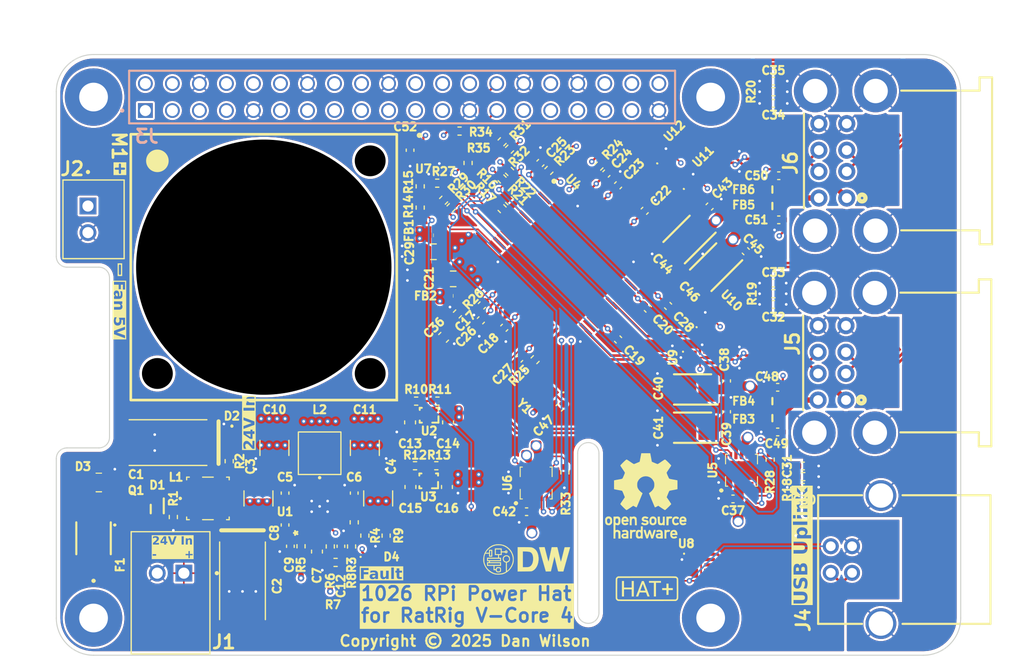
<source format=kicad_pcb>
(kicad_pcb (version 20241229) (generator "pcbnew") (generator_version "9.0")
  (title_block (title "1026 RPi Power Hat") (date "2025-04-13") (rev "1.0.0 RC3") (company "Dan Wilson") (comment 1 "Copyright © 2025") (comment 3 "for the RatRig V-Core 4") (comment 4 "Raspberry Pi Power + USB Hub Hat"))
  (layers (0 "F.Cu" signal) (4 "In1.Cu" signal) (6 "In2.Cu" signal) (2 "B.Cu" signal) (13 "F.Paste" user) (15 "B.Paste" user) (5 "F.SilkS" user "F.Silkscreen") (7 "B.SilkS" user "B.Silkscreen") (1 "F.Mask" user) (3 "B.Mask" user) (25 "Edge.Cuts" user))
  (net 0 "")
  (net 1 "/Power Input/Vprot")
  (net 2 "/5V Regulator/24V")
  (net 3 "/5V Regulator/Vcc")
  (net 4 "/5V Regulator/Sw1")
  (net 5 "/5V Regulator/Cboot")
  (net 6 "/5V Regulator/Bias")
  (net 7 "/5V Regulator/5V")
  (net 8 "/5V Regulator/FB")
  (net 9 "/5V Regulator/FBff")
  (net 10 "/Power Input/RPPgate")
  (net 11 "/Power Input/LEDvccK")
  (net 12 "/Power Input/Vfused")
  (net 13 "/5V Regulator/FledA")
  (net 14 "/5V Regulator/Pgood")
  (net 15 "/Power Input/Vin")
  (net 16 "/5V Regulator/Sw")
  (net 17 "/5V Regulator/UVLO")
  (net 25 "GND")
  (net 26 "/Linear Regulators/1V1")
  (net 27 "/Linear Regulators/1V1 UVLO")
  (net 28 "/Linear Regulators/3V3 UVLO")
  (net 57 "GNDCHASS")
  (net 85 "/USB Hub/3V3_Filt")
  (net 86 "/USB Hub/1V1_Filt")
  (net 87 "/USB Hub/USB_GRST")
  (net 88 "/USB Hub/USB_UP-")
  (net 89 "/USB Hub/USB_UP+")
  (net 90 "/USB Hub/USB_Vbus")
  (net 91 "/USB ESD Protection/USB_VBUS_D2")
  (net 92 "/USB Hub/USB_DS1+")
  (net 93 "/USB Hub/USB_DS1-")
  (net 94 "/USB ESD Protection/USB_VBUS_D1")
  (net 95 "/USB Hub/USB_DS2+")
  (net 96 "/USB Hub/USB_DS2-")
  (net 97 "/USB Hub/USB_DS4+")
  (net 98 "/USB Hub/USB_DS3-")
  (net 99 "/USB ESD Protection/USB_VBUS_D4")
  (net 100 "/USB Hub/USB_DS4-")
  (net 101 "/USB Hub/USB_DS3+")
  (net 102 "/USB ESD Protection/USB_VBUS_D3")
  (net 103 "/USB Hub/USB_Vbus_Sense")
  (net 104 "/USB Hub/USB_FullPwrMgmt")
  (net 105 "/USB Hub/USB_Ganged")
  (net 106 "/USB Hub/USB_BATEN1")
  (net 107 "/USB Hub/USB_BATEN2")
  (net 108 "/USB Hub/USB_BATEN3")
  (net 109 "/USB Hub/USB_BATEN4")
  (net 110 "/USB Hub/USB_R1")
  (net 111 "/USB Hub/USB_TEST")
  (net 112 "/USB Hub/USB_AUTOEN")
  (net 113 "/USB Hub/USB_XI")
  (net 114 "/USB Hub/USB_OVCR2")
  (net 115 "/USB Hub/USB_OVCR1")
  (net 116 "/USB Hub/USB_OVCR3")
  (net 117 "/USB Hub/USB_OVCR4")
  (net 118 "/USB Power Control/USB_Ilim1")
  (net 119 "/USB Power Control/USB_Ilim2")
  (net 120 "/Fan / Header / GPIO / EEPROM/3V3")
  (net 121 "/USB Power Control/USB_VBUS_D2_UF")
  (net 122 "/USB Power Control/USB_VBUS_D1_UF")
  (net 123 "/USB Power Control/USB_VBUS_D4_UF")
  (net 124 "/USB Power Control/USB_VBUS_D3_UF")
  (net 125 "/Fan / Header / GPIO / EEPROM/I2C_SC")
  (net 126 "/Fan / Header / GPIO / EEPROM/I2C_SD")
  (net 128 "/USB ESD Protection/USB_UP_UF-")
  (net 129 "/USB ESD Protection/USB_UP_UF+")
  (net 130 "/USB ESD Protection/USB_DS1_UF+")
  (net 131 "/USB ESD Protection/USB_DS1_UF-")
  (net 132 "/USB ESD Protection/USB_DS2_UF+")
  (net 133 "/USB ESD Protection/USB_DS2_UF-")
  (net 134 "/USB ESD Protection/USB_DS4_UF+")
  (net 135 "/USB ESD Protection/USB_DS3_UF-")
  (net 136 "/USB ESD Protection/USB_DS4_UF-")
  (net 137 "/USB ESD Protection/USB_DS3_UF+")
  (footprint "Resistor_SMD:R_0402_1005Metric" (layer "F.Cu") (at 135.819996 126.099994)
    (property "Reference" "R11")
    (property "Value" "10K")
  )
  (footprint "Resistor_SMD:R_0402_1005Metric" (layer "F.Cu") (at 111 137 -90)
    (property "Reference" "R1")
    (property "Value" "15K")
  )
  (footprint "DW_Semiconductors:[U] TI LDO Regulator TLV755 DQN" (layer "F.Cu") (at 135 133.599994 180)
    (property "Reference" "U3")
    (property "Value" "TLV75533PDQNR")
  )
  (footprint "Capacitor_SMD:C_0603_1608Metric" (layer "F.Cu") (at 136.819996 128.099994 -90)
    (property "Reference" "C14")
    (property "Value" "GCM188R71C105KA64J")
  )
  (footprint "DW_Connectors:[J] GCT USB-A x2 2.0 Connector USB1035-GF-P-0-B-B" (layer "F.Cu") (at 177 103.5 90)
    (property "Reference" "J6")
    (property "Value" "USB1035-GF-P-0-B-B")
  )
  (footprint "DW_Connectors:[J] GCT USB-B 2.0 Connector PCB USB1030-GF-P-B-B" (layer "F.Cu") (at 177.5 141 90)
    (property "Reference" "J4")
    (property "Value" "USB1030-GF-P-B-B")
  )
  (footprint "Capacitor_SMD:C_1210_3225Metric" (layer "F.Cu") (at 120.5 130.5 -90)
    (property "Reference" "C10")
    (property "Value" "GCM32ER71C226ME19L")
  )
  (footprint "Capacitor_SMD:C_0402_1005Metric" (layer "F.Cu") (at 155.6 117.4 -45)
    (property "Reference" "C20")
    (property "Value" "GCM155R71C104KA55D")
  )
  (footprint "DW_Mechanical:[MH] MountingHole_2.7mm_M2.5_Pad_StencilRegHole" (layer "F.Cu") (at 161.5 97.5)
    (property "Reference" "H4" (hide yes))
    (property "Value" "MountingHole")
  )
  (footprint "Resistor_SMD:R_0402_1005Metric" (layer "F.Cu") (at 134.2 107.9 90)
    (property "Reference" "R14")
    (property "Value" "90K9")
  )
  (footprint "Capacitor_SMD:C_0402_1005Metric" (layer "F.Cu") (at 167.4 117)
    (property "Reference" "C32")
    (property "Value" "GCM155R71H102KA37D")
  )
  (footprint "Resistor_SMD:R_0402_1005Metric" (layer "F.Cu") (at 125.75 139.77 90)
    (property "Reference" "R6")
    (property "Value" "56K2")
  )
  (footprint "Resistor_SMD:R_0402_1005Metric" (layer "F.Cu") (at 116.25 131.75 90)
    (property "Reference" "R2")
    (property "Value" "47K")
  )
  (footprint "Resistor_SMD:R_0402_1005Metric" (layer "F.Cu") (at 133.819996 126.099994)
    (property "Reference" "R10")
    (property "Value" "12K7")
  )
  (footprint "DW_Mechanical:[MH] MountingHole_2.7mm_M2.5_Pad_StencilRegHole" (layer "F.Cu") (at 103.5 146.5)
    (property "Reference" "H1" (hide yes))
    (property "Value" "MountingHole")
  )
  (footprint "Capacitor_SMD:C_0402_1005Metric" (layer "F.Cu") (at 121.5 134.75 90)
    (property "Reference" "C5")
    (property "Value" "GCM155R71H223KA55D")
  )
  (footprint "DW_Semiconductors:[U] OnSemi Serial EEPROM 4KB CAT24C32HU4I-GT3" (layer "F.Cu") (at 136 102.5)
    (property "Reference" "U7")
    (property "Value" "CAT24C32HU4I-GT3" (hide yes))
  )
  (footprint "Capacitor_SMD:C_0402_1005Metric" (layer "F.Cu") (at 122 139.75 90)
    (property "Reference" "C9")
    (property "Value" "GCM155R71C104KA55D")
  )
  (footprint "Capacitor_SMD:C_0402_1005Metric" (layer "F.Cu") (at 170.2 132.2)
    (property "Reference" "C31")
    (property "Value" "GCM155R71H102KA37D")
  )
  (footprint "Resistor_SMD:R_0402_1005Metric" (layer "F.Cu") (at 134.2 105.9 90)
    (property "Reference" "R15")
    (property "Value" "10K")
  )
  (footprint "DW_CircuitProtection:[F] Littelfuse PPTC 1812L010DR" (layer "F.Cu") (at 103.5 139 90)
    (property "Reference" "F1")
    (property "Value" "1812L110/33MR" (hide yes))
  )
  (footprint "Capacitor_SMD:C_0402_1005Metric" (layer "F.Cu") (at 126.75 139.75 -90)
    (property "Reference" "C12")
    (property "Value" "VJ0402A100GXJCW1BC")
  )
  (footprint "Capacitor_SMD:C_0402_1005Metric" (layer "F.Cu") (at 167.4 98.1)
    (property "Reference" "C34")
    (property "Value" "GCM155R71H102KA37D")
  )
  (footprint "Resistor_SMD:R_0402_1005Metric" (layer "F.Cu") (at 142.6 107.25 -45)
    (property "Reference" "R16")
    (property "Value" "4K7")
  )
  (footprint "Capacitor_SMD:C_0603_1608Metric" (layer "F.Cu") (at 136.4 120.1 -135)
    (property "Reference" "C36")
    (property "Value" "GCM188R71C105KA64J")
  )
  (footprint "Capacitor_SMD:C_0402_1005Metric" (layer "F.Cu") (at 142.1 119.2 -135)
    (property "Reference" "C18")
    (property "Value" "GCM155R71C104KA55D")
  )
  (footprint "DW_Semiconductors:[U] ST Micro USB ESD Protection USBLC6-2P6" (layer "F.Cu") (at 160.5 122 -90)
    (property "Reference" "U9")
    (property "Value" "USBLC6-2P6" (hide yes))
  )
  (footprint "Resistor_SMD:R_0402_1005Metric" (layer "F.Cu") (at 131 138.75 -90)
    (property "Reference" "R9")
    (property "Value" "7K5")
  )
  (footprint "Resistor_SMD:R_0402_1005Metric" (layer "F.Cu") (at 170.2 133.2 180)
    (property "Reference" "R18")
    (property "Value" "1M")
  )
  (footprint "DW_Semiconductors:[U] TI USB Power Ctlr TPS2561DRCR" (layer "F.Cu") (at 145.1 133.8 90)
    (property "Reference" "U6")
    (property "Value" "TPS2561DRCR" (hide yes))
  )
  (footprint "Capacitor_SMD:C_0402_1005Metric" (layer "F.Cu") (at 167.4 115)
    (property "Reference" "C33")
    (property "Value" "GCM155R71H104KE02J")
  )
  (footprint "DW_Passives:[C] Kyocera AVC Tant Poly TCJB157M006R0070" (layer "F.Cu") (at 161.8 113.5 -135)
    (property "Reference" "C46")
    (property "Value" "TCJB157M006R0070" (hide yes))
  )
  (footprint "Resistor_SMD:R_0402_1005Metric" (layer "F.Cu") (at 128 137.5 -90)
    (property "Reference" "R3")
    (property "Value" "95K3")
  )
  (footprint "Resistor_SMD:R_0402_1005Metric" (layer "F.Cu") (at 126.25 141.27)
    (property "Reference" "R7")
    (property "Value" "1K")
  )
  (footprint "Capacitor_SMD:C_0402_1005Metric" (layer "F.Cu") (at 139.9 118.5 -135)
    (property "Reference" "C26")
    (property "Value" "GCM155R71C104KA55D")
  )
  (footprint "DW_Semiconductors:[U] ST Micro USB ESD Protection USBLC6-2P6" (layer "F.Cu") (at 160.5 105.4 -45)
    (property "Reference" "U11")
    (property "Value" "USBLC6-2P6" (hide yes))
  )
  (footprint "DW_Passives:[FB] Murata BLM15PX221SZ1D" (layer "F.Cu") (at 135.45 110.5)
    (property "Reference" "FB1")
    (property "Value" "BLM15PX221SZ1D" (hide yes))
  )
  (footprint "DW_Semiconductors:[U] TI LDO Regulator TLV755 DQN" (layer "F.Cu") (at 135.034998 127.424997 180)
    (property "Reference" "U2")
    (property "Value" "TLV75511PDQNR")
  )
  (footprint "Capacitor_SMD:C_0402_1005Metric" (layer "F.Cu") (at 152.8 120.3 -45)
    (property "Reference" "C19")
    (property "Value" "GCM155R71C104KA55D")
  )
  (footprint "Capacitor_SMD:C_1210_3225Metric" (layer "F.Cu") (at 119 135.25 90)
    (property "Reference" "C3")
    (property "Value" "GRJ32ER71H106KE11K")
  )
  (footprint "DW_Semiconductors:[D] Nexperia Zener PDZ10B,115 10V" (layer "F.Cu") (at 109.5 136.25 -90)
    (property "Reference" "D1")
    (property "Value" "PDZ10B,115" (hide yes))
  )
  (footprint "Capacitor_SMD:C_1210_3225Metric" (layer "F.Cu") (at 129 130.5 -90)
    (property "Reference" "C11")
    (property "Value" "GCM32ER71C226ME19L")
  )
  (footprint "Capacitor_SMD:C_0402_1005Metric" (layer "F.Cu") (at 152.8 105.8 45)
    (property "Reference" "C23")
    (property "Value" "GCM155R71C104KA55D")
  )
  (footprint "Capacitor_SMD:C_0402_1005Metric" (layer "F.Cu") (at 128 134.75 90)
    (property "Reference" "C6")
    (property "Value" "GCM155R71H223KA55D")
  )
  (footprint "DW_Connectors:[J] GCT USB-A x2 2.0 Connector USB1035-GF-P-0-B-B" (layer "F.Cu") (at 176.9253 122.5 90)
    (property "Reference" "J5")
    (property "Value" "USB1035-GF-P-0-B-B")
  )
  (footprint "DW_CircuitProtection:[D] Littelfuse SMF24CA 24V 200W" (layer "F.Cu") (at 104 133.75 180)
    (property "Reference" "D3")
    (property "Value" "SMF24CA" (hide yes))
  )
  (footprint "DW_Mechanical:[MH] MountingHole_2.7mm_M2.5_Pad" (layer "F.Cu") (at 161.5 146.5)
    (property "Reference" "H3" (hide yes))
    (property "Value" "MountingHole")
  )
  (footprint "DW_Semiconductors:[U] TI USB Power Ctlr TPS2561DRCR" (layer "F.Cu") (at 164.4 132.6 90)
    (property "Reference" "U5")
    (property "Value" "TPS2561DRCR" (hide yes))
  )
  (footprint "Capacitor_SMD:C_0402_1005Metric" (layer "F.Cu") (at 163 127.1 -90)
    (property "Reference" "C39")
    (property "Value" "GCM155R71C104KA55D")
  )
  (footprint "Resistor_SMD:R_0402_1005Metric" (layer "F.Cu") (at 141.9 105.2 135)
    (property "Reference" "R21")
    (property "Value" "4K7")
  )
  (footprint "DW_Semiconductors:[U] ST Micro USB ESD Protection USBLC6-2P6" (layer "F.Cu") (at 158 103 -45)
    (property "Reference" "U12")
    (property "Value" "USBLC6-2P6" (hide yes))
  )
  (footprint "Resistor_SMD:R_0402_1005Metric" (layer "F.Cu") (at 127.75 139.77 90)
    (property "Reference" "R8")
    (property "Value" "13K7")
  )
  (footprint "Capacitor_SMD:C_0805_2012Metric" (layer "F.Cu") (at 135.45 112.05)
    (property "Reference" "C29")
    (property "Value" "GCM21BR70J106KE22K")
  )
  (footprint "Resistor_SMD:R_0402_1005Metric" (layer "F.Cu") (at 133.715002 132.174997)
    (property "Reference" "R12")
    (property "Value" "26K7")
  )
  (footprint "Resistor_SMD:R_0402_1005Metric" (layer "F.Cu") (at 167.4 116 180)
    (property "Reference" "R19")
    (property "Value" "1M")
  )
  (footprint "Resistor_SMD:R_0402_1005Metric" (layer "F.Cu") (at 151 104 45)
    (property "Reference" "R24")
    (property "Value" "4K7")
  )
  (footprint "DW_Connectors:JST_B2B-XH-A(LF)(SN)" (layer "F.Cu") (at 103.5 109 -90)
    (property "Reference" "J2")
    (property "Value" "B2B-XH-A(LF)(SN)")
  )
  (footprint "Capacitor_SMD:C_0402_1005Metric" (layer "F.Cu") (at 157.5 117.15 -45)
    (property "Reference" "C28")
    (property "Value" "GCM155R71C104KA55D")
  )
  (footprint "Resistor_SMD:R_0402_1005Metric" (layer "F.Cu") (at 147.8 132.8 -90)
    (property "Reference" "R33")
    (property "Value" "25K5")
  )
  (footprint "DW_Passives:[C] Kemet Tantalum Polymer T521X" (layer "F.Cu") (at 117.5 143 -90)
    (property "Reference" "C2")
    (property "Value" "T521D336M035ATE065" (hide yes))
  )
  (footprint "DW_Semiconductors:[Q] Nexperia BUK6D120-60PX P-Ch 60V 8A" (layer "F.Cu") (at 107 136.5 -90)
    (property "Reference" "Q1")
    (property "Value" "BUK6D120-60PX" (hide yes))
  )
  (footprint "DW_Mechanical:[G] RPi HAT+ Designator" (layer "F.Cu") (at 155.5 143.75)
    (property "Reference" "P2" (hide yes))
    (property "Value" "Raspberry Pi HAT+ Designator" (hide yes))
  )
  (footprint "DW_Semiconductors:[U] ST Micro USB ESD Protection USBLC6-2P6" (layer "F.Cu") (at 160.6 141 -90)
    (property "Reference" "U8")
    (property "Value" "USBLC6-2P6" (hide yes))
  )
  (footprint "Capacitor_SMD:C_0402_1005Metric" (layer "F.Cu") (at 121.5 137.75 -90)
    (property "Reference" "C8")
    (property "Value" "GCM155R71C104KA55D")
  )
  (footprint "Resistor_SMD:R_0402_1005Metric" (layer "F.Cu") (at 167.09 131.6 -90)
    (property "Reference" "R28")
    (property "Value" "25K5")
  )
  (footprint "DW_Connectors:[J] JST S2B-XH-A-1" (layer "F.Cu") (at 110.7375 142.28075 180)
    (property "Reference" "J1")
    (property "Value" "S2B-XH-A-1")
  )
  (footprint "Capacitor_SMD:C_0402_1005Metric" (layer "F.Cu") (at 170.2 134.2)
    (property "Reference" "C30")
    (property "Value" "GCM155R71H104KE02J")
  )
  (footprint "Resistor_SMD:R_0402_1005Metric" (layer "F.Cu") (at 135.715002 132.174997)
    (property "Reference" "R13")
    (property "Value" "10K2")
  )
  (footprint "Capacitor_SMD:C_0402_1005Metric" (layer "F.Cu") (at 144.2 136.5)
    (property "Reference" "C42")
    (property "Value" "GCM155R71C104KA55D")
  )
  (footprint "Capacitor_SMD:C_0402_1005Metric" (layer "F.Cu") (at 140 117.1 -135)
    (property "Reference" "C17")
    (property "Value" "GCM155R71C104KA55D")
  )
  (footprint "Capacitor_SMD:C_0402_1005Metric" (layer "F.Cu") (at 167.8 124.8)
    (property "Reference" "C48")
    (property "Value" "GCM155R71C104KA55D")
  )
  (footprint "Resistor_SMD:R_0402_1005Metric" (layer "F.Cu") (at 141.9 108 -45)
    (property "Reference" "R17")
    (property "Value" "4K7")
  )
  (footprint "Fiducial:Fiducial_1mm_Mask2mm" (layer "F.Cu") (at 104 102.5)
    (property "Reference" "FID2" (hide yes))
    (property "Value" "Fiducial_1mm_Mask3mm")
  )
  (footprint "Resistor_SMD:R_0402_1005Metric" (layer "F.Cu") (at 136.4 107.2 -135)
    (property "Reference" "R29")
    (property "Value" "10K")
  )
  (footprint "Resistor_SMD:R_0402_1005Metric" (layer "F.Cu") (at 129 138.75 -90)
    (property "Reference" "R4")
    (property "Value" "6K34")
  )
  (footprint "Capacitor_SMD:C_0603_1608Metric" (layer "F.Cu") (at 136.715002 134.174997 -90)
    (property "Reference" "C16")
    (property "Value" "GCM188R71C105KA64J")
  )
  (footprint "Resistor_SMD:R_0402_1005Metric" (layer "F.Cu") (at 142.6 102.4 45)
    (property "Reference" "R32")
    (property "Value" "10K")
  )
  (footprint "Resistor_SMD:R_0402_1005Metric" (layer "F.Cu") (at 146.3 104.4 45)
    (property "Reference" "R23")
    (property "Value" "4K7")
  )
  (footprint "Capacitor_SMD:C_0402_1005Metric" (layer "F.Cu") (at 167.9 104.9)
    (property "Reference" "C50")
    (property "Value" "GCM155R71C104KA55D")
  )
  (footprint "Capacitor_SMD:C_0402_1005Metric" (layer "F.Cu") (at 133.25 102.5 90)
    (property "Reference" "C52")
    (property "Value" "GCM155R71C104KA55D")
  )
  (footprint "DW_Semiconductors:[Y] ECS Clock Osc 24MHz ECS2520MV240BLTR" (layer "F.Cu") (at 145.5 125.1 135)
    (property "Reference" "Y1")
    (property "Value" "ECS-2520MV-240-BL-TR" (hide yes))
  )
  (footprint "DW_Passives:[C] Kemet Tantalum Polymer T521X" (layer "F.Cu") (at 110.5 130 180)
    (property "Reference" "C1")
    (property "Value" "T521D336M035ATE065" (hide yes))
  )
  (footprint "DW_Passives:[C] Kyocera AVC Tant Poly TCJB157M006R0070" (layer "F.Cu") (at 159.8 128.6 180)
    (property "Reference" "C41")
    (property "Value" "TCJB157M006R0070" (hide yes))
  )
  (footprint "DW_Passives:[L] Coilcraft Inductor XGL4025" (layer "F.Cu") (at 124.75 131 90)
    (property "Reference" "L2")
    (property "Value" "XGL4025-152ME")
  )
  (footprint "Capacitor_SMD:C_0402_1005Metric" (layer "F.Cu") (at 163.6 135.3)
    (property "Reference" "C37")
    (property "Value" "GCM155R71C104KA55D")
  )
  (footprint "DW_Semiconductors:[U] TI LM63460 Sw Volt Reg" (layer "F.Cu") (at 124.75 136 90)
    (property "Reference" "U1")
    (property "Value" "LM64440APPQRYFRQ1")
  )
  (footprint "DW_Passives:[FB] Murata BLM18KG221SN1D 220ohm 2.2A" (layer "F.Cu") (at 167.3 127.7)
    (property "Reference" "FB3")
    (property "Value" "BLM18KG221SN1D" (hide yes))
  )
  (footprint "Capacitor_SMD:C_1210_3225Metric" (layer "F.Cu") (at 130.25 135.25 90)
    (property "Reference" "C4")
    (property "Value" "GRJ32ER71H106KE11K")
  )
  (footprint "DW_Mechanical:[Fan] SameSky CFM-2510B-070-140" (layer "F.Cu") (at 119.5 113.5 180)
    (property "Reference" "M1")
    (property "Value" "CFM-2510B-070-140")
  )
  (footprint "Resistor_SMD:R_0402_1005Metric" (layer "F.Cu") (at 167.4 97 180)
    (property "Reference" "R20")
    (property "Value" "1M")
  )
  (footprint "DW_Mechanical:OSHW_Logo" (layer "F.Cu") (at 155.4 135)
    (property "Reference" "G1" (hide yes))
    (property "Value" "OSHW_Logo" (hide yes))
  )
  (footprint "Capacitor_SMD:C_0402_1005Metric" (layer "F.Cu") (at 167.9 109.05)
    (property "Reference" "C51")
    (property "Value" "GCM155R71C104KA55D")
  )
  (footprint "Resistor_SMD:R_0402_1005Metric" (layer "F.Cu") (at 137.1 107.9 -135)
    (property "Reference" "R30")
    (property "Value" "10K")
  )
  (footprint "DW_Optoelectronics:[D] Wurth Elektronik 150040GS73220" (layer "F.Cu") (at 116.5 129.5 -90)
    (property "Reference" "D2")
    (property "Value" "150040GS73220" (hide yes))
  )
  (footprint "DW_Mechanical:DW_PCB_Logo" (layer "F.Cu") (at 144.25 141)
    (property "Reference" "P1" (hide yes))
    (property "Value" "DW_PCB_Logo" (hide yes))
  )
  (footprint "Resistor_SMD:R_0402_1005Metric" (layer "F.Cu") (at 142.6 104.5 135)
    (property "Reference" "R22")
    (property "Value" "4K7")
  )
  (footprint "Capacitor_SMD:C_0805_2012Metric" (layer "F.Cu") (at 137.3 114.6)
    (property "Reference" "C21")
    (property "Value" "GCM21BR70J106KE22K")
  )
  (footprint "DW_Passives:[FB] Murata BLM18KG221SN1D 220ohm 2.2A" (layer "F.Cu") (at 167.3 106.2)
    (property "Reference" "FB6")
    (property "Value" "BLM18KG221SN1D" (hide yes))
  )
  (footprint "DW_Passives:[L] Coilcraft Inductor LPS4040" (layer "F.Cu") (at 114.25 135.25)
    (property "Reference" "L1")
    (property "Value" "LPS4040-223")
  )
  (footprint "Capacitor_SMD:C_0402_1005Metric" (layer "F.Cu") (at 167.8 129)
    (property "Reference" "C49")
    (property "Value" "GCM155R71C104KA55D")
  )
  (footprint "Resistor_SMD:R_0402_1005Metric" (layer "F.Cu") (at 138.7 103.7 -90)
    (property "Reference" "R35")
    (property "Value" "3K9")
  )
  (footprint "Capacitor_SMD:C_0402_1005Metric" (layer "F.Cu") (at 164.8 112 135)
    (property "Reference" "C45")
    (property "Value" "GCM155R71C104KA55D")
  )
  (footprint "Resistor_SMD:R_0402_1005Metric" (layer "F.Cu") (at 141.9 101.7 45)
    (property "Reference" "R31")
    (property "Value" "10K")
  )
  (footprint "DW_Passives:[C] Kyocera AVC Tant Poly TCJB157M006R0070" (layer "F.Cu") (at 159.3 110.9 -135)
    (property "Reference" "C44")
    (property "Value" "TCJB157M006R0070" (hide yes))
  )
  (footprint "DW_Mechanical:[MH] MountingHole_2.7mm_M2.5_Pad" (layer "F.Cu") (at 103.5 97.5)
    (property "Reference" "H2" (hide yes))
    (property "Value" "MountingHole")
  )
  (footprint "Capacitor_SMD:C_0603_1608Metric" (layer "F.Cu") (at 133.284998 134.174995 -90)
    (property "Reference" "C15")
    (property "Value" "GCM188R71C105KA64J")
  )
  (footprint "Resistor_SMD:R_0402_1005Metric" (layer "F.Cu") (at 135.8 105.6)
    (property "Reference" "R27")
    (property "Value" "4K7")
  )
  (footprint "DW_Passives:[C] Kyocera AVC Tant Poly TCJB157M006R0070" (layer "F.Cu") (at 159.8 125 180)
    (property "Reference" "C40")
    (property "Value" "TCJB157M006R0070" (hide yes))
  )
  (footprint "DW_Passives:[FB] Murata BLM15PX221SZ1D" (layer "F.Cu") (at 137.3 116.2)
    (property "Reference" "FB2")
    (property "Value" "BLM15PX221SZ1D" (hide yes))
  )
  (footprint "Capacitor_SMD:C_0603_1608Metric" (layer "F.Cu") (at 124.5 140.25 -90)
    (property "Reference" "C7")
    (property "Value" "GCM188R71C105KA64J")
  )
  (footprint "DW_Semiconductors:[U] ST Micro USB ESD Protection USBLC6-2P6" (layer "F.Cu") (at 161.7 118.4 -45)
    (property "Reference" "U10")
    (property "Value" "USBLC6-2P6" (hide yes))
  )
  (footprint "DW_Passives:[FB] Murata BLM18KG221SN1D 220ohm 2.2A" (layer "F.Cu") (at 167.3 107.75)
    (property "Reference" "FB5")
    (property "Value" "BLM18KG221SN1D" (hide yes))
  )
  (footprint "Capacitor_SMD:C_0402_1005Metric" (layer "F.Cu") (at 163 124.2 -90)
    (property "Reference" "C38")
    (property "Value" "GCM155R71C104KA55D")
  )
  (footprint "Capacitor_SMD:C_0402_1005Metric" (layer "F.Cu") (at 145.5 103.7 45)
    (property "Reference" "C25")
    (property "Value" "GCM155R71C104KA55D")
  )
  (footprint "Capacitor_SMD:C_0402_1005Metric" (layer "F.Cu") (at 147.3 126.7 45)
    (property "Reference" "C47")
    (property "Value" "GCM155R71C104KA55D")
  )
  (footprint "Resistor_SMD:R_0402_1005Metric" (layer "F.Cu") (at 145 122.2 45)
    (property "Reference" "R25")
    (property "Value" "9K53")
  )
  (footprint "Capacitor_SMD:C_0402_1005Metric" (layer "F.Cu") (at 151.7 104.7 45)
    (property "Reference" "C24")
    (property "Value" "GCM155R71C104KA55D")
  )
  (footprint "DW_Passives:[FB] Murata BLM18KG221SN1D 220ohm 2.2A" (layer "F.Cu") (at 167.3 126.1)
    (property "Reference" "FB4")
    (property "Value" "BLM18KG221SN1D" (hide yes))
  )
  (footprint "Capacitor_SMD:C_0402_1005Metric" (layer "F.Cu") (at 143.5 122.1 -135)
    (property "Reference" "C27")
    (property "Value" "GCM155R71C104KA55D")
  )
  (footprint "Resistor_SMD:R_0402_1005Metric" (layer "F.Cu") (at 137.7 117.9 45)
    (property "Reference" "R26")
    (property "Value" "4K7")
  )
  (footprint "Capacitor_SMD:C_0603_1608Metric" (layer "F.Cu") (at 133.25 128.099994 -90)
    (property "Reference" "C13")
    (property "Value" "GCM188R71C105KA64J")
  )
  (footprint "Fiducial:Fiducial_1mm_Mask2mm" (layer "F.Cu") (at 165.75 101)
    (property "Reference" "FID1" (hide yes))
    (property "Value" "Fiducial_1mm_Mask3mm")
  )
  (footprint "DW_Optoelectronics:[D] Wurth Elektronik 150040RS73240" (layer "F.Cu") (at 129.75 140.75)
    (property "Reference" "D4")
    (property "Value" "150040RS73240" (hide yes))
  )
  (footprint "Resistor_SMD:R_0402_1005Metric" (layer "F.Cu") (at 137.9 100.7 180)
    (property "Reference" "R34")
    (property "Value" "3K9")
  )
  (footprint "DW_Semiconductors:[U] Texas Inst USB 2.0 Hub Controller TUSB4041I QFP50P1200X1200X120-65N" (layer "F.Cu") (at 148 113 -45)
    (property "Reference" "U4")
    (property "Value" "TUSB4041IPAPR" (hide yes))
  )
  (footprint "Fiducial:Fiducial_1mm_Mask2mm" (layer "F.Cu") (at 156.5 147)
    (property "Reference" "FID3" (hide yes))
    (property "Value" "Fiducial_1mm_Mask3mm")
  )
  (footprint "Capacitor_SMD:C_0402_1005Metric" (layer "F.Cu") (at 155.3 108.2 45)
    (property "Reference" "C22")
    (property "Value" "GCM155R71C104KA55D")
  )
  (footprint "Capacitor_SMD:C_0402_1005Metric" (layer "F.Cu") (at 161.4 107.8 -135)
    (property "Reference" "C43")
    (property "Value" "GCM155R71C104KA55D")
  )
  (footprint "Capacitor_SMD:C_0402_1005Metric" (layer "F.Cu") (at 167.4 96)
    (property "Reference" "C35")
    (property "Value" "GCM155R71H104KE02J")
  )
  (footprint "Resistor_SMD:R_0402_1005Metric" (layer "F.Cu") (at 123 139.75 -90)
    (property "Reference" "R5")
    (property "Value" "4R7")
  )
  (footprint "DW_Connectors:[J] Samtec Elevated Socket Strip ESW-120-33-G-D" (layer "B.Cu") (at 132.5 97.5 180)
    (property "Reference" "J3")
    (property "Value" "ESW-120-33-G-D")
  )
  (gr_line (start 100 112.5) (end 100 97) (stroke (width 0.1)) (layer "Edge.Cuts"))
  (gr_line (start 149 131) (end 149 146) (stroke (width 0.1)) (layer "Edge.Cuts"))
  (gr_arc (start 104 113.5) (mid 104.707107 113.792893) (end 105 114.5) (stroke (width 0.1)) (layer "Edge.Cuts"))
  (gr_arc (start 101 113.5) (mid 100.292893 113.207107) (end 100 112.5) (stroke (width 0.1)) (layer "Edge.Cuts"))
  (gr_arc (start 103.5 150) (mid 101.025126 148.974874) (end 100 146.5) (stroke (width 0.1)) (layer "Edge.Cuts"))
  (gr_line (start 185 146.5) (end 185 97) (stroke (width 0.1)) (layer "Edge.Cuts"))
  (gr_line (start 151 131) (end 151 146) (stroke (width 0.1)) (layer "Edge.Cuts"))
  (gr_arc (start 100 131.5) (mid 100.292893 130.792893) (end 101 130.5) (stroke (width 0.1)) (layer "Edge.Cuts"))
  (gr_line (start 104 130.5) (end 101 130.5) (stroke (width 0.1)) (layer "Edge.Cuts"))
  (gr_line (start 103.5 150) (end 181.5 150) (stroke (width 0.1)) (layer "Edge.Cuts"))
  (gr_arc (start 149 131) (mid 150 130) (end 151 131) (stroke (width 0.1)) (layer "Edge.Cuts"))
  (gr_arc (start 105 129.5) (mid 104.707107 130.207107) (end 104 130.5) (stroke (width 0.1)) (layer "Edge.Cuts"))
  (gr_line (start 105 114.5) (end 105 129.5) (stroke (width 0.1)) (layer "Edge.Cuts"))
  (gr_arc (start 151 146) (mid 150 147) (end 149 146) (stroke (width 0.1)) (layer "Edge.Cuts"))
  (gr_arc (start 185 146.5) (mid 183.974874 148.974874) (end 181.5 150) (stroke (width 0.1)) (layer "Edge.Cuts"))
  (gr_line (start 181.5 93.5) (end 103.5 93.5) (stroke (width 0.1)) (layer "Edge.Cuts"))
  (gr_line (start 100 131.5) (end 100 146.5) (stroke (width 0.1)) (layer "Edge.Cuts"))
  (gr_line (start 104 113.5) (end 101 113.5) (stroke (width 0.1)) (layer "Edge.Cuts"))
  (gr_arc (start 100 97) (mid 101.025126 94.525126) (end 103.5 93.5) (stroke (width 0.1)) (layer "Edge.Cuts"))
  (gr_arc (start 181.5 93.5) (mid 183.974874 94.525126) (end 185 97) (stroke (width 0.1)) (layer "Edge.Cuts"))
  (gr_text "24V In" (at 118.8 130.7 90) (layer "F.SilkS" knockout) (effects (font (size 1.016 1.016) (thickness 0.1778) (bold yes)) (justify left bottom)))
  (gr_text "-" (at 106.5 114.5 90) (layer "F.SilkS" knockout) (effects (font (size 1.016 1.016) (thickness 0.2032) (bold yes)) (justify left bottom)))
  (gr_text "Fault" (at 128.5 143 0) (layer "F.SilkS" knockout) (effects (font (size 1.016 1.016) (thickness 0.1778) (bold yes)) (justify left bottom)))
  (gr_text "24V In\n-       +" (at 109 141 0) (layer "F.SilkS" knockout) (effects (font (size 0.762 0.762) (thickness 0.1778) (bold yes)) (justify left bottom)))
  (gr_text "Fan 5V" (at 105.25 114.75 270) (layer "F.SilkS" knockout) (effects (font (size 1.016 1.016) (thickness 0.1778) (bold yes)) (justify left bottom)))
  (gr_text "1026 RPi Power Hat\nfor RatRig V-Core 4" (at 128.5 147 0) (layer "F.SilkS" knockout) (effects (font (size 1.27 1.27) (thickness 0.254) (bold yes)) (justify left bottom)))
  (gr_text "+" (at 106.5 105 90) (layer "F.SilkS" knockout) (effects (font (size 1.016 1.016) (thickness 0.2032) (bold yes)) (justify left bottom)))
  (gr_text "USB Uplink" (at 170.8 145.3 90) (layer "F.SilkS" knockout) (effects (font (size 1.27 1.27) (thickness 0.1778) (bold yes)) (justify left bottom)))
  (gr_text "Copyright © 2025 Dan Wilson" (at 126.5 149.25 0) (layer "F.SilkS") (effects (font (size 1.016 1.016) (thickness 0.2032) (bold yes)) (justify left bottom)))
  (via (at 130.25 135.5) (size 0.508) (drill 0.254) (layers "F.Cu" "B.Cu") (net 2))
  (via (at 118.2 135.5) (size 0.508) (drill 0.254) (layers "F.Cu" "B.Cu") (net 2))
  (via (at 119.8 135.5) (size 0.508) (drill 0.254) (layers "F.Cu" "B.Cu") (net 2))
  (via (at 119 135.5) (size 0.508) (drill 0.254) (layers "F.Cu" "B.Cu") (net 2))
  (via (at 129.5 135.5) (size 0.508) (drill 0.254) (layers "F.Cu" "B.Cu") (net 2))
  (via (at 131 135.5) (size 0.508) (drill 0.254) (layers "F.Cu" "B.Cu") (net 2))
  (segment (start 124.75 137.575001) (end 124.75 139.225) (width 0.2032) (layer "F.Cu") (net 3))
  (segment (start 124.75 139.225) (end 124.5 139.475) (width 0.2032) (layer "F.Cu") (net 3))
  (segment (start 122.499811 136.750189) (end 122.925 136.750189) (width 0.2032) (layer "F.Cu") (net 4))
  (segment (start 121.98 137.27) (end 122.499811 136.750189) (width 0.2032) (layer "F.Cu") (net 4))
  (segment (start 121.5 137.27) (end 121.98 137.27) (width 0.2032) (layer "F.Cu") (net 4))
  (segment (start 121.5 138.23) (end 122.594623 138.23) (width 0.2032) (layer "F.Cu") (net 5))
  (segment (start 123.249622 137.575001) (end 122.816016 138.008607) (width 0.2032) (layer "F.Cu") (net 5))
  (segment (start 122.594623 138.23) (end 122.815309 138.009314) (width 0.2032) (layer "F.Cu") (net 5))
  (segment (start 124.249874 137.990126) (end 123 139.24) (width 0.2032) (layer "F.Cu") (net 6))
  (segment (start 122.03 139.24) (end 122 139.27) (width 0.2032) (layer "F.Cu") (net 6))
  (segment (start 123 139.24) (end 122.03 139.24) (width 0.2032) (layer "F.Cu") (net 6))
  (segment (start 124.249874 137.575001) (end 124.249874 137.990126) (width 0.2032) (layer "F.Cu") (net 6))
  (segment (start 144.68 136.5) (end 144.68 138.48) (width 0.889) (layer "F.Cu") (net 7))
  (segment (start 164.08 137.42) (end 164.08 137) (width 1.016) (layer "F.Cu") (net 7))
  (segment (start 125.74 141.27) (end 125.74 143.99) (width 0.508) (layer "F.Cu") (net 7))
  (segment (start 144.6 136.42) (end 144.68 136.5) (width 0.3048) (layer "F.Cu") (net 7))
  (segment (start 164.08 135.3) (end 164.08 137.42) (width 0.889) (layer "F.Cu") (net 7))
  (segment (start 144.68 138.48) (end 144.7 138.5) (width 1.016) (layer "F.Cu") (net 7))
  (segment (start 125.74 143.99) (end 125.75 144) (width 0.508) (layer "F.Cu") (net 7))
  (segment (start 125.7 141.31) (end 125.74 141.27) (width 0.508) (layer "F.Cu") (net 7))
  (segment (start 125.74 140.29) (end 125.75 140.28) (width 0.508) (layer "F.Cu") (net 7))
  (segment (start 125.74 141.27) (end 125.74 140.29) (width 0.508) (layer "F.Cu") (net 7))
  (segment (start 163.9 135.12) (end 164.08 135.3) (width 0.2032) (layer "F.Cu") (net 7))
  (segment (start 123 140.26) (end 123 142.75) (width 0.508) (layer "F.Cu") (net 7))
  (segment (start 164.1 135.32) (end 164.08 135.3) (width 0.508) (layer "F.Cu") (net 7))
  (via (at 123 142.75) (size 0.6096) (drill 0.3048) (layers "F.Cu" "B.Cu") (net 7))
  (via (at 164.08 137.42) (size 1.016) (drill 0.762) (layers "F.Cu" "B.Cu") (net 7))
  (via (at 120.75 127.75) (size 0.508) (drill 0.254) (layers "F.Cu" "B.Cu") (net 7))
  (via (at 124 128) (size 0.508) (drill 0.254) (layers "F.Cu" "B.Cu") (net 7))
  (via (at 120.75 130.25) (size 0.508) (drill 0.254) (layers "F.Cu" "B.Cu") (net 7))
  (via (at 124.75 128) (size 0.508) (drill 0.254) (layers "F.Cu" "B.Cu") (net 7))
  (via (at 128 127.75) (size 0.508) (drill 0.254) (layers "F.Cu" "B.Cu") (net 7))
  (via (at 130.25 127.75) (size 0.508) (drill 0.254) (layers "F.Cu" "B.Cu") (net 7))
  (via (at 130.25 130.25) (size 0.508) (drill 0.254) (layers "F.Cu" "B.Cu") (net 7))
  (via (at 128.75 127.75) (size 0.508) (drill 0.254) (layers "F.Cu" "B.Cu") (net 7))
  (via (at 123.25 128) (size 0.508) (drill 0.254) (layers "F.Cu" "B.Cu") (net 7))
  (via (at 144.7 138.5) (size 1.016) (drill 0.762) (layers "F.Cu" "B.Cu") (net 7))
  (via (at 128.75 130.25) (size 0.508) (drill 0.254) (layers "F.Cu" "B.Cu") (net 7))
  (via (at 125.5 128) (size 0.508) (drill 0.254) (layers "F.Cu" "B.Cu") (net 7))
  (via (at 121.5 130.25) (size 0.508) (drill 0.254) (layers "F.Cu" "B.Cu") (net 7))
  (via (at 126.25 128) (size 0.508) (drill 0.254) (layers "F.Cu" "B.Cu") (net 7))
  (via (at 129.5 130.25) (size 0.508) (drill 0.254) (layers "F.Cu" "B.Cu") (net 7))
  (via (at 129.5 127.75) (size 0.508) (drill 0.254) (layers "F.Cu" "B.Cu") (net 7))
  (via (at 125.75 144) (size 0.6096) (drill 0.3048) (layers "F.Cu" "B.Cu") (net 7))
  (via (at 120 127.75) (size 0.508) (drill 0.254) (layers "F.Cu" "B.Cu") (net 7))
  (via (at 119.25 130.25) (size 0.508) (drill 0.254) (layers "F.Cu" "B.Cu") (net 7))
  (via (at 121.5 127.75) (size 0.508) (drill 0.254) (layers "F.Cu" "B.Cu") (net 7))
  (via (at 119.25 127.75) (size 0.508) (drill 0.254) (layers "F.Cu" "B.Cu") (net 7))
  (via (at 120 130.25) (size 0.508) (drill 0.254) (layers "F.Cu" "B.Cu") (net 7))
  (via (at 128 130.25) (size 0.508) (drill 0.254) (layers "F.Cu" "B.Cu") (net 7))
  (segment (start 127.75 139.26) (end 126.76 139.26) (width 0.2032) (layer "F.Cu") (net 8))
  (segment (start 125.250126 138.760126) (end 125.75 139.26) (width 0.2032) (layer "F.Cu") (net 8))
  (segment (start 125.76 139.27) (end 125.75 139.26) (width 0.2032) (layer "F.Cu") (net 8))
  (segment (start 126.76 139.26) (end 126.75 139.27) (width 0.2032) (layer "F.Cu") (net 8))
  (segment (start 126.75 139.27) (end 125.76 139.27) (width 0.2032) (layer "F.Cu") (net 8))
  (segment (start 125.250126 137.575001) (end 125.250126 138.760126) (width 0.2032) (layer "F.Cu") (net 8))
  (segment (start 126.75 141.26) (end 126.76 141.27) (width 0.2032) (layer "F.Cu") (net 9))
  (segment (start 126.75 140.23) (end 126.75 141.26) (width 0.2032) (layer "F.Cu") (net 9))
  (segment (start 110.01 136.49) (end 111 136.49) (width 0.2032) (layer "F.Cu") (net 10))
  (segment (start 107.65 137.435) (end 109.415 137.435) (width 0.2032) (layer "F.Cu") (net 10))
  (segment (start 109.5 137.35) (end 109.5 137) (width 0.2032) (layer "F.Cu") (net 10))
  (segment (start 109.415 137.435) (end 109.5 137.35) (width 0.2032) (layer "F.Cu") (net 10))
  (segment (start 109.5 137) (end 110.01 136.49) (width 0.2032) (layer "F.Cu") (net 10))
  (segment (start 116.25 130.25) (end 116.5 130) (width 0.2032) (layer "F.Cu") (net 11))
  (segment (start 116.25 131.24) (end 116.25 130.25) (width 0.2032) (layer "F.Cu") (net 11))
  (segment (start 131 140.05) (end 130.3 140.75) (width 0.2032) (layer "F.Cu") (net 13))
  (segment (start 131 139.26) (end 131 140.05) (width 0.2032) (layer "F.Cu") (net 13))
  (segment (start 128.75 140.3) (end 129.2 140.75) (width 0.2032) (layer "F.Cu") (net 14))
  (segment (start 125.750252 138.000252) (end 126.25 138.5) (width 0.2032) (layer "F.Cu") (net 14))
  (segment (start 125.750252 137.575001) (end 125.750252 138.000252) (width 0.2032) (layer "F.Cu") (net 14))
  (segment (start 128.75 140) (end 128.75 140.3) (width 0.2032) (layer "F.Cu") (net 14))
  (via (at 126.25 138.5) (size 0.508) (drill 0.254) (layers "F.Cu" "B.Cu") (net 14))
  (via (at 128.75 140) (size 0.508) (drill 0.254) (layers "F.Cu" "B.Cu") (net 14))
  (segment (start 127.000189 136.750189) (end 127.25 137) (width 0.2032) (layer "F.Cu") (net 17))
  (segment (start 127.51 138.01) (end 128 138.01) (width 0.2032) (layer "F.Cu") (net 17))
  (segment (start 126.575 136.750189) (end 127.000189 136.750189) (width 0.2032) (layer "F.Cu") (net 17))
  (segment (start 127.25 137.75) (end 127.51 138.01) (width 0.2032) (layer "F.Cu") (net 17))
  (segment (start 127.25 137) (end 127.25 137.75) (width 0.2032) (layer "F.Cu") (net 17))
  (segment (start 129 138.24) (end 128.23 138.24) (width 0.2032) (layer "F.Cu") (net 17))
  (segment (start 128.23 138.24) (end 128 138.01) (width 0.2032) (layer "F.Cu") (net 17))
  (segment (start 126.471189 137.8) (end 126.8 137.8) (width 0.1524) (layer "F.Cu") (net 25))
  (segment (start 145.5 115) (end 145.512 115.012) (width 0.2032) (layer "F.Cu") (net 25))
  (segment (start 126.250378 134.424999) (end 126.675001 134.424999) (width 0.381) (layer "F.Cu") (net 25))
  (segment (start 135 133.599994) (end 135.209995 133.599994) (width 0.2032) (layer "F.Cu") (net 25))
  (segment (start 126.249189 137.578) (end 126.471189 137.8) (width 0.1524) (layer "F.Cu") (net 25))
  (segment (start 135.209995 133.599994) (end 135.534998 133.274991) (width 0.2032) (layer "F.Cu") (net 25))
  (segment (start 123.250811 134.422) (end 123.078811 134.25) (width 0.381) (layer "F.Cu") (net 25))
  (segment (start 126.250378 134.424999) (end 126.5 134.175377) (width 0.381) (layer "F.Cu") (net 25))
  (segment (start 135.034998 127.424997) (end 135.244993 127.424997) (width 0.2032) (layer "F.Cu") (net 25))
  (via (at 169.5 138.75) (size 0.508) (drill 0.254) (layers "F.Cu" "B.Cu") (net 25))
  (via (at 135.6 129.5) (size 0.508) (drill 0.254) (layers "F.Cu" "B.Cu") (net 25))
  (via (at 111 138.25) (size 0.508) (drill 0.254) (layers "F.Cu" "B.Cu") (net 25))
  (via (at 168.7 134.2) (size 0.508) (drill 0.254) (layers "F.Cu" "B.Cu") (net 25))
  (via (at 122.4 134) (size 0.508) (drill 0.254) (layers "F.Cu" "B.Cu") (net 25))
  (via (at 137.4 120.7) (size 0.508) (drill 0.254) (layers "F.Cu" "B.Cu") (net 25))
  (via (at 160.993442 117.754131) (size 0.508) (drill 0.254) (layers "F.Cu" "B.Cu") (net 25))
  (via (at 124 135.5) (size 0.508) (drill 0.254) (layers "F.Cu" "B.Cu") (net 25))
  (via (at 109.25 129.25) (size 0.508) (drill 0.254) (layers "F.Cu" "B.Cu") (net 25))
  (via (at 166.1 97) (size 0.508) (drill 0.254) (layers "F.Cu" "B.Cu") (net 25))
  (via (at 141.5 113) (size 0.508) (drill 0.254) (layers "F.Cu" "B.Cu") (net 25))
  (via (at 142.5 132.75) (size 0.508) (drill 0.254) (layers "F.Cu" "B.Cu") (net 25))
  (via (at 156.5 127) (size 0.508) (drill 0.254) (layers "F.Cu" "B.Cu") (net 25))
  (via (at 154.25 113) (size 0.508) (drill 0.254) (layers "F.Cu" "B.Cu") (net 25))
  (via (at 166.1 96) (size 0.508) (drill 0.254) (layers "F.Cu" "B.Cu") (net 25))
  (via (at 147.75 134.25) (size 0.508) (drill 0.254) (layers "F.Cu" "B.Cu") (net 25))
  (via (at 137 117.25) (size 0.508) (drill 0.254) (layers "F.Cu" "B.Cu") (net 25))
  (via (at 142.5 134.75) (size 0.508) (drill 0.254) (layers "F.Cu" "B.Cu") (net 25))
  (via (at 166.5 124.25) (size 0.508) (drill 0.254) (layers "F.Cu" "B.Cu") (net 25))
  (via (at 115.75 128.25) (size 0.508) (drill 0.254) (layers "F.Cu" "B.Cu") (net 25))
  (via (at 166.1 115) (size 0.508) (drill 0.254) (layers "F.Cu" "B.Cu") (net 25))
  (via (at 163.4 125.75) (size 0.508) (drill 0.254) (layers "F.Cu" "B.Cu") (net 25))
  (via (at 136 103.75) (size 0.508) (drill 0.254) (layers "F.Cu" "B.Cu") (net 25))
  (via (at 164.2 123) (size 0.508) (drill 0.254) (layers "F.Cu" "B.Cu") (net 25))
  (via (at 130 139.75) (size 0.508) (drill 0.254) (layers "F.Cu" "B.Cu") (net 25))
  (via (at 139.75 120) (size 0.508) (drill 0.254) (layers "F.Cu" "B.Cu") (net 25))
  (via (at 116.25 144) (size 0.508) (drill 0.254) (layers "F.Cu" "B.Cu") (net 25))
  (via (at 160.75 112.25) (size 0.508) (drill 0.254) (layers "F.Cu" "B.Cu") (net 25))
  (via (at 131 132.5) (size 0.508) (drill 0.254) (layers "F.Cu" "B.Cu") (net 25))
  (via (at 162.5 107.1) (size 0.508) (drill 0.254) (layers "F.Cu" "B.Cu") (net 25))
  (via (at 125.5 136.5) (size 0.508) (drill 0.254) (layers "F.Cu" "B.Cu") (net 25))
  (via (at 145.75 127.75) (size 0.508) (drill 0.254) (layers "F.Cu" "B.Cu") (net 25))
  (via (at 145.5 102.25) (size 0.508) (drill 0.254) (layers "F.Cu" "B.Cu") (net 25))
  (via (at 125 142) (size 0.508) (drill 0.254) (layers "F.Cu" "B.Cu") (net 25))
  (via (at 139.25 118) (size 0.508) (drill 0.254) (layers "F.Cu" "B.Cu") (net 25))
  (via (at 135.7 125.3) (size 0.508) (drill 0.254) (layers "F.Cu" "B.Cu") (net 25))
  (via (at 164.2 102.6) (size 0.508) (drill 0.254) (layers "F.Cu" "B.Cu") (net 25))
  (via (at 166.1 98.1) (size 0.508) (drill 0.254) (layers "F.Cu" "B.Cu") (net 25))
  (via (at 168.7 132.2) (size 0.508) (drill 0.254) (layers "F.Cu" "B.Cu") (net 25))
  (via (at 124 136.5) (size 0.508) (drill 0.254) (layers "F.Cu" "B.Cu") (net 25))
  (via (at 158.7 122) (size 0.508) (drill 0.254) (layers "F.Cu" "B.Cu") (net 25))
  (via (at 166.5056 123.4) (size 0.508) (drill 0.254) (layers "F.Cu" "B.Cu") (net 25))
  (via (at 142.25 120.5) (size 0.508) (drill 0.254) (layers "F.Cu" "B.Cu") (net 25))
  (via (at 162.25 135.25) (size 0.508) (drill 0.254) (layers "F.Cu" "B.Cu") (net 25))
  (via (at 127.1 134) (size 0.508) (drill 0.254) (layers "F.Cu" "B.Cu") (net 25))
  (via (at 168.7 133.2) (size 0.508) (drill 0.254) (layers "F.Cu" "B.Cu") (net 25))
  (via (at 118.75 131.5) (size 0.508) (drill 0.254) (layers "F.Cu" "B.Cu") (net 25))
  (via (at 132.5 112.5) (size 0.508) (drill 0.254) (layers "F.Cu" "B.Cu") (net 25))
  (via (at 164.2 104.5) (size 0.508) (drill 0.254) (layers "F.Cu" "B.Cu") (net 25))
  (via (at 133.25 104) (size 0.508) (drill 0.254) (layers "F.Cu" "B.Cu") (net 25))
  (via (at 133 113.75) (size 0.508) (drill 0.254) (layers "F.Cu" "B.Cu") (net 25))
  (via (at 159.854557 104.754557) (size 0.508) (drill 0.254) (layers "F.Cu" "B.Cu") (net 25))
  (via (at 125.5 135.5) (size 0.508) (drill 0.254) (layers "F.Cu" "B.Cu") (net 25))
  (via (at 135 104.75) (size 0.508) (drill 0.254) (layers "F.Cu" "B.Cu") (net 25))
  (via (at 162.25 133.75) (size 0.508) (drill 0.254) (layers "F.Cu" "B.Cu") (net 25))
  (via (at 166.1 117) (size 0.508) (drill 0.254) (layers "F.Cu" "B.Cu") (net 25))
  (via (at 156 112.25) (size 0.508) (drill 0.254) (layers "F.Cu" "B.Cu") (net 25))
  (via (at 118.75 144) (size 0.508) (drill 0.254) (layers "F.Cu" "B.Cu") (net 25))
  (via (at 164.2 121) (size 0.508) (drill 0.254) (layers "F.Cu" "B.Cu") (net 25))
  (via (at 166.25 112.5) (size 0.508) (drill 0.254) (layers "F.Cu" "B.Cu") (net 25))
  (via (at 131 131.5) (size 0.508) (drill 0.254) (layers "F.Cu" "B.Cu") (net 25))
  (via (at 166.6 105.1) (size 0.508) (drill 0.254) (layers "F.Cu" "B.Cu") (net 25))
  (via (at 156.5 123.5) (size 0.508) (drill 0.254) (layers "F.Cu" "B.Cu") (net 25))
  (via (at 121 140.25) (size 0.508) (drill 0.254) (layers "F.Cu" "B.Cu") (net 25))
  (via (at 157.9 120.9) (size 0.508) (drill 0.254) (layers "F.Cu" "B.Cu") (net 25))
  (via (at 157.297284 102.353887) (size 0.508) (drill 0.254) (layers "F.Cu" "B.Cu") (net 25))
  (via (at 127 138.3) (size 0.508) (drill 0.254) (layers "F.Cu" "B.Cu") (net 25))
  (via (at 149 107.75) (size 0.508) (drill 0.254) (layers "F.Cu" "B.Cu") (net 25))
  (via (at 162.25 131.5) (size 0.508) (drill 0.254) (layers "F.Cu" "B.Cu") (net 25))
  (via (at 156.5 130.25) (size 0.508) (drill 0.254) (layers "F.Cu" "B.Cu") (net 25))
  (via (at 167.5 110) (size 0.508) (drill 0.254) (layers "F.Cu" "B.Cu") (net 25))
  (via (at 133 114.75) (size 0.508) (drill 0.254) (layers "F.Cu" "B.Cu") (net 25))
  (via (at 124.75 136) (size 0.508) (drill 0.254) (layers "F.Cu" "B.Cu") (net 25))
  (via (at 137.75 134.75) (size 0.508) (drill 0.254) (layers "F.Cu" "B.Cu") (net 25))
  (via (at 127.75 141.25) (size 0.508) (drill 0.254) (layers "F.Cu" "B.Cu") (net 25))
  (via (at 132 129) (size 0.508) (drill 0.254) (layers "F.Cu" "B.Cu") (net 25))
  (via (at 158.8 141) (size 0.508) (drill 0.254) (layers "F.Cu" "B.Cu") (net 25))
  (via (at 149.25 120.5) (size 0.508) (drill 0.254) (layers "F.Cu" "B.Cu") (net 25))
  (via (at 109.25 130.75) (size 0.508) (drill 0.254) (layers "F.Cu" "B.Cu") (net 25))
  (via (at 153 104.5) (size 0.508) (drill 0.254) (layers "F.Cu" "B.Cu") (net 25))
  (via (at 144 123.25) (size 0.508) (drill 0.254) (layers "F.Cu" "B.Cu") (net 25))
  (via (at 156.3 107.2) (size 0.508) (drill 0.254) (layers "F.Cu" "B.Cu") (net 25))
  (via (at 117.5 144) (size 0.508) (drill 0.254) (layers "F.Cu" "B.Cu") (net 25))
  (via (at 132.5 111.5) (size 0.508) (drill 0.254) (layers "F.Cu" "B.Cu") (net 25))
  (via (at 160.7 120.8) (size 0.508) (drill 0.254) (layers "F.Cu" "B.Cu") (net 25))
  (via (at 118.75 132.5) (size 0.508) (drill 0.254) (layers "F.Cu" "B.Cu") (net 25))
  (via (at 105.5 132.5) (size 0.508) (drill 0.254) (layers "F.Cu" "B.Cu") (net 25))
  (via (at 143.5 137.5) (size 0.508) (drill 0.254) (layers "F.Cu" "B.Cu") (net 25))
  (via (at 141.1 105.6) (size 0.508) (drill 0.254) (layers "F.Cu" "B.Cu") (net 25))
  (via (at 166.1 116) (size 0.508) (drill 0.254) (layers "F.Cu" "B.Cu") (net 25))
  (via (at 166.25 129) (size 0.508) (drill 0.254) (layers "F.Cu" "B.Cu") (net 25))
  (via (at 136.05 115.9) (size 0.508) (drill 0.254) (layers "F.Cu" "B.Cu") (net 26))
  (via (at 137.85 126.8) (size 0.508) (drill 0.254) (layers "F.Cu" "B.Cu") (net 26))
  (via (at 137.85 127.6) (size 0.508) (drill 0.254) (layers "F.Cu" "B.Cu") (net 26))
  (via (at 136.05 116.7) (size 0.508) (drill 0.254) (layers "F.Cu" "B.Cu") (net 26))
  (segment (start 134.329996 126.099994) (end 134.329996 126.92999) (width 0.2032) (layer "F.Cu") (net 27))
  (segment (start 134.329996 126.92999) (end 134.5 127.099994) (width 0.2032) (layer "F.Cu") (net 27))
  (segment (start 134.329996 126.099994) (end 135.309996 126.099994) (width 0.2032) (layer "F.Cu") (net 27))
  (segment (start 134.225002 133.034991) (end 134.465002 133.274991) (width 0.2032) (layer "F.Cu") (net 28))
  (segment (start 134.225002 132.174997) (end 134.225002 133.034991) (width 0.2032) (layer "F.Cu") (net 28))
  (segment (start 134.225002 132.174997) (end 135.205002 132.174997) (width 0.2032) (layer "F.Cu") (net 28))
  (segment (start 171.6 132.2) (end 171.65 132.25) (width 0.2032) (layer "F.Cu") (net 57))
  (segment (start 171.6 133.2) (end 171.65 133.25) (width 0.2032) (layer "F.Cu") (net 57))
  (via (at 171.65 134.2) (size 0.508) (drill 0.254) (layers "F.Cu" "B.Cu") (net 57))
  (via (at 168.6 115) (size 0.508) (drill 0.254) (layers "F.Cu" "B.Cu") (net 57))
  (via (at 171.65 133.2) (size 0.508) (drill 0.254) (layers "F.Cu" "B.Cu") (net 57))
  (via (at 168.6 117) (size 0.508) (drill 0.254) (layers "F.Cu" "B.Cu") (net 57))
  (via (at 168.7 96) (size 0.508) (drill 0.254) (layers "F.Cu" "B.Cu") (net 57))
  (via (at 168.7 97) (size 0.508) (drill 0.254) (layers "F.Cu" "B.Cu") (net 57))
  (via (at 168.6 116) (size 0.508) (drill 0.254) (layers "F.Cu" "B.Cu") (net 57))
  (via (at 168.7 98.1) (size 0.508) (drill 0.254) (layers "F.Cu" "B.Cu") (net 57))
  (via (at 171.65 132.2) (size 0.508) (drill 0.254) (layers "F.Cu" "B.Cu") (net 57))
  (segment (start 148.576891 102.123109) (end 148.876891 102.123109) (width 0.2032) (layer "F.Cu") (net 85))
  (segment (start 151.360624 103.639376) (end 150.921248 103.2) (width 0.2032) (layer "F.Cu") (net 85))
  (segment (start 154.709029 114.405728) (end 154.755728 114.405728) (width 0.2032) (layer "F.Cu") (net 85))
  (segment (start 144.4 104.8) (end 146.240718 106.640718) (width 0.2032) (layer "F.Cu") (net 85))
  (segment (start 150.921248 103.2) (end 150.7 103.2) (width 0.2032) (layer "F.Cu") (net 85))
  (segment (start 136.739376 108.260624) (end 136.760624 108.260624) (width 0.2032) (layer "F.Cu") (net 85))
  (segment (start 146.240718 106.640718) (end 146.240718 106.644524) (width 0.2032) (layer "F.Cu") (net 85))
  (segment (start 143.839411 121.760589) (end 144.45 121.15) (width 0.2032) (layer "F.Cu") (net 85))
  (segment (start 154.755728 114.405728) (end 156.55 116.2) (width 0.2032) (layer "F.Cu") (net 85))
  (segment (start 146.240718 119.359282) (end 146.240718 119.355476) (width 0.2032) (layer "F.Cu") (net 85))
  (segment (start 150.7 103.2) (end 150.326891 103.573109) (width 0.2032) (layer "F.Cu") (net 85))
  (segment (start 142.239376 104.139376) (end 141.7 103.6) (width 0.2032) (layer "F.Cu") (net 85))
  (segment (start 146.660624 104.039376) (end 148.576891 102.123109) (width 0.2032) (layer "F.Cu") (net 85))
  (segment (start 140.823109 117.576891) (end 140.823109 117.126891) (width 0.2032) (layer "F.Cu") (net 85))
  (segment (start 141.25 116.7) (end 141.25 116.568019) (width 0.2032) (layer "F.Cu") (net 85))
  (segment (start 144.4 104.8) (end 145.160589 104.039411) (width 0.2032) (layer "F.Cu") (net 85))
  (segment (start 142.960624 102.039376) (end 143.160624 102.039376) (width 0.2032) (layer "F.Cu") (net 85))
  (segment (start 142.260624 101.339376) (end 142.960624 102.039376) (width 0.2032) (layer "F.Cu") (net 85))
  (segment (start 144.45 121.15) (end 146.240718 119.359282) (width 0.2032) (layer "F.Cu") (net 85))
  (segment (start 143.160624 102.039376) (end 143.6 101.6) (width 0.2032) (layer "F.Cu") (net 85))
  (segment (start 136.760624 108.260624) (end 137.3 108.8) (width 0.2032) (layer "F.Cu") (net 85))
  (segment (start 141.25 116.568019) (end 142.351631 115.466388) (width 0.2032) (layer "F.Cu") (net 85))
  (segment (start 140.239411 118.160589) (end 140.823109 117.576891) (width 0.2032) (layer "F.Cu") (net 85))
  (segment (start 141 104.3) (end 141.539376 104.839376) (width 0.2032) (layer "F.Cu") (net 85))
  (segment (start 136.039376 107.560624) (end 136.739376 108.260624) (width 0.2032) (layer "F.Cu") (net 85))
  (segment (start 140.823109 117.126891) (end 141.25 116.7) (width 0.2032) (layer "F.Cu") (net 85))
  (segment (start 156.55 116.2) (end 157.160589 116.810589) (width 0.2032) (layer "F.Cu") (net 85))
  (via (at 137.475 111.675) (size 0.508) (drill 0.254) (layers "F.Cu" "B.Cu") (net 85))
  (via (at 140.823109 117.576891) (size 0.508) (drill 0.254) (layers "F.Cu" "B.Cu") (net 85))
  (via (at 144.45 121.15) (size 0.508) (drill 0.254) (layers "F.Cu" "B.Cu") (net 85))
  (via (at 156.55 116.2) (size 0.508) (drill 0.254) (layers "F.Cu" "B.Cu") (net 85))
  (via (at 137.3 108.8) (size 0.508) (drill 0.254) (layers "F.Cu" "B.Cu") (net 85))
  (via (at 138.725 110.425) (size 0.508) (drill 0.254) (layers "F.Cu" "B.Cu") (net 85))
  (via (at 141.7 103.6) (size 0.508) (drill 0.254) (layers "F.Cu" "B.Cu") (net 85))
  (via (at 143.6 101.6) (size 0.508) (drill 0.254) (layers "F.Cu" "B.Cu") (net 85))
  (via (at 144.4 104.8) (size 0.508) (drill 0.254) (layers "F.Cu" "B.Cu") (net 85))
  (via (at 148.876891 102.123109) (size 0.508) (drill 0.254) (layers "F.Cu" "B.Cu") (net 85))
  (via (at 138.1 111) (size 0.508) (drill 0.254) (layers "F.Cu" "B.Cu") (net 85))
  (via (at 150.326891 103.573109) (size 0.508) (drill 0.254) (layers "F.Cu" "B.Cu") (net 85))
  (via (at 141 104.3) (size 0.508) (drill 0.254) (layers "F.Cu" "B.Cu") (net 85))
  (segment (start 143.1 118.2) (end 144.065845 117.234155) (width 0.2032) (layer "F.Cu") (net 86))
  (segment (start 153.319942 110.180058) (end 153.294816 110.180058) (width 0.2032) (layer "F.Cu") (net 86))
  (segment (start 144.065845 117.234155) (end 144.119398 117.234155) (width 0.2032) (layer "F.Cu") (net 86))
  (segment (start 154.3 109.2) (end 153.319942 110.180058) (width 0.2032) (layer "F.Cu") (net 86))
  (segment (start 142.439411 118.860589) (end 143.1 118.2) (width 0.2032) (layer "F.Cu") (net 86))
  (segment (start 151.812563 119.287437) (end 150.819942 118.294816) (width 0.2032) (layer "F.Cu") (net 86))
  (segment (start 152.460589 119.960589) (end 152.460589 119.935463) (width 0.2032) (layer "F.Cu") (net 86))
  (segment (start 150.75 105.65) (end 149.759282 106.640718) (width 0.2032) (layer "F.Cu") (net 86))
  (segment (start 152.460589 119.935463) (end 151.812563 119.287437) (width 0.2032) (layer "F.Cu") (net 86))
  (segment (start 153.666388 115.466388) (end 153.648369 115.466388) (width 0.2032) (layer "F.Cu") (net 86))
  (segment (start 140.339411 116.760589) (end 141 116.1) (width 0.2032) (layer "F.Cu") (net 86))
  (segment (start 154.65 116.45) (end 153.666388 115.466388) (width 0.2032) (layer "F.Cu") (net 86))
  (segment (start 154.960589 108.539411) (end 154.3 109.2) (width 0.2032) (layer "F.Cu") (net 86))
  (segment (start 141 116.1) (end 141.987165 115.112835) (width 0.2032) (layer "F.Cu") (net 86))
  (segment (start 155.260589 117.060589) (end 154.65 116.45) (width 0.2032) (layer "F.Cu") (net 86))
  (segment (start 150.894816 107.705184) (end 150.819942 107.705184) (width 0.2032) (layer "F.Cu") (net 86))
  (segment (start 141.987165 115.112835) (end 141.998078 115.112835) (width 0.2032) (layer "F.Cu") (net 86))
  (segment (start 152.460589 106.139411) (end 151.85 106.75) (width 0.2032) (layer "F.Cu") (net 86))
  (segment (start 149.759282 106.640718) (end 149.759282 106.644524) (width 0.2032) (layer "F.Cu") (net 86))
  (segment (start 151.360589 105.039411) (end 150.75 105.65) (width 0.2032) (layer "F.Cu") (net 86))
  (segment (start 151.85 106.75) (end 150.894816 107.705184) (width 0.2032) (layer "F.Cu") (net 86))
  (via (at 154.65 116.45) (size 0.508) (drill 0.254) (layers "F.Cu" "B.Cu") (net 86))
  (via (at 139 113.7) (size 0.508) (drill 0.254) (layers "F.Cu" "B.Cu") (net 86))
  (via (at 137.9 113) (size 0.508) (drill 0.254) (layers "F.Cu" "B.Cu") (net 86))
  (via (at 151.85 106.75) (size 0.508) (drill 0.254) (layers "F.Cu" "B.Cu") (net 86))
  (via (at 143.1 118.2) (size 0.508) (drill 0.254) (layers "F.Cu" "B.Cu") (net 86))
  (via (at 150.75 105.65) (size 0.508) (drill 0.254) (layers "F.Cu" "B.Cu") (net 86))
  (via (at 139.6 114.7) (size 0.508) (drill 0.254) (layers "F.Cu" "B.Cu") (net 86))
  (via (at 141 116.1) (size 0.508) (drill 0.254) (layers "F.Cu" "B.Cu") (net 86))
  (via (at 154.3 109.2) (size 0.508) (drill 0.254) (layers "F.Cu" "B.Cu") (net 86))
  (via (at 151.812563 119.287437) (size 0.508) (drill 0.254) (layers "F.Cu" "B.Cu") (net 86))
  (segment (start 141.644524 114.759282) (end 141.577608 114.759282) (width 0.1524) (layer "F.Cu") (net 87))
  (segment (start 138.654144 117.845856) (end 136.948008 119.551992) (width 0.1524) (layer "F.Cu") (net 87))
  (segment (start 138.654144 117.682746) (end 138.654144 117.845856) (width 0.1524) (layer "F.Cu") (net 87))
  (segment (start 141.577608 114.759282) (end 138.654144 117.682746) (width 0.1524) (layer "F.Cu") (net 87))
  (segment (start 141.721439 118.028187) (end 140.78613 118.963496) (width 0.2413) (layer "F.Cu") (net 88))
  (segment (start 140.78613 118.963496) (end 140.78613 126.125702) (width 0.2413) (layer "F.Cu") (net 88))
  (segment (start 158.237374 140.81585) (end 156.076278 140.81585) (width 0.2413) (layer "F.Cu") (net 88))
  (segment (start 143.058738 116.173495) (end 142.968411 116.173495) (width 0.2413) (layer "F.Cu") (net 88))
  (segment (start 158.581274 140.47195) (end 158.237374 140.81585) (width 0.2413) (layer "F.Cu") (net 88))
  (segment (start 141.721439 117.420466) (end 141.721439 118.028187) (width 0.2413) (layer "F.Cu") (net 88))
  (segment (start 152.176278 128.71585) (end 154.08415 130.623722) (width 0.2413) (layer "F.Cu") (net 88))
  (segment (start 159.795 140.5) (end 159.052499 140.5) (width 0.2413) (layer "F.Cu") (net 88))
  (segment (start 154.08415 130.623722) (end 154.08415 138.823722) (width 0.2413) (layer "F.Cu") (net 88))
  (segment (start 143.376278 128.71585) (end 152.176278 128.71585) (width 0.2413) (layer "F.Cu") (net 88))
  (segment (start 140.78613 126.125702) (end 143.376278 128.71585) (width 0.2413) (layer "F.Cu") (net 88))
  (segment (start 159.052499 140.5) (end 159.024449 140.47195) (width 0.2413) (layer "F.Cu") (net 88))
  (segment (start 142.968411 116.173495) (end 141.721439 117.420466) (width 0.2413) (layer "F.Cu") (net 88))
  (segment (start 159.024449 140.47195) (end 158.581274 140.47195) (width 0.2413) (layer "F.Cu") (net 88))
  (segment (start 156.076278 140.81585) (end 154.08415 138.823722) (width 0.2413) (layer "F.Cu") (net 88))
  (segment (start 140.41585 118.796586) (end 140.41585 126.276278) (width 0.2413) (layer "F.Cu") (net 89))
  (segment (start 141.351159 117.874813) (end 140.429386 118.796586) (width 0.2413) (layer "F.Cu") (net 89))
  (segment (start 140.41585 126.276278) (end 143.223722 129.08415) (width 0.2413) (layer "F.Cu") (net 89))
  (segment (start 159.052499 141.5) (end 159.024449 141.52805) (width 0.2413) (layer "F.Cu") (net 89))
  (segment (start 155.923722 141.18415) (end 153.71585 138.976278) (width 0.2413) (layer "F.Cu") (net 89))
  (segment (start 159.024449 141.52805) (end 158.581274 141.52805) (width 0.2413) (layer "F.Cu") (net 89))
  (segment (start 159.795 141.5) (end 159.052499 141.5) (width 0.2413) (layer "F.Cu") (net 89))
  (segment (start 143.223722 129.08415) (end 152.023722 129.08415) (width 0.2413) (layer "F.Cu") (net 89))
  (segment (start 142.705184 115.819942) (end 142.705184 115.913067) (width 0.2413) (layer "F.Cu") (net 89))
  (segment (start 153.71585 130.776278) (end 153.71585 138.976278) (width 0.2413) (layer "F.Cu") (net 89))
  (segment (start 141.351159 117.267092) (end 141.351159 117.874813) (width 0.2413) (layer "F.Cu") (net 89))
  (segment (start 140.429386 118.796586) (end 140.41585 118.796586) (width 0.2413) (layer "F.Cu") (net 89))
  (segment (start 152.023722 129.08415) (end 153.71585 130.776278) (width 0.2413) (layer "F.Cu") (net 89))
  (segment (start 142.705184 115.913067) (end 141.351159 117.267092) (width 0.2413) (layer "F.Cu") (net 89))
  (segment (start 158.581274 141.52805) (end 158.237374 141.18415) (width 0.2413) (layer "F.Cu") (net 89))
  (segment (start 158.237374 141.18415) (end 155.923722 141.18415) (width 0.2413) (layer "F.Cu") (net 89))
  (segment (start 151.75 148.75) (end 142.75 148.75) (width 0.1524) (layer "F.Cu") (net 90))
  (segment (start 142.75 148.75) (end 141.5 148.75) (width 0.1524) (layer "F.Cu") (net 90))
  (segment (start 157.5 143) (end 152.75 147.75) (width 0.1524) (layer "F.Cu") (net 90))
  (segment (start 160.6992 141) (end 161.405 141) (width 0.1524) (layer "F.Cu") (net 90))
  (segment (start 152.25 148.25) (end 152 148.5) (width 0.1524) (layer "F.Cu") (net 90))
  (segment (start 134.61 108.41) (end 135.3 109.1) (width 0.1524) (layer "F.Cu") (net 90))
  (segment (start 160.6 142.9) (end 160.6 141.0992) (width 0.1524) (layer "F.Cu") (net 90))
  (segment (start 139 146.25) (end 139 136) (width 0.1524) (layer "F.Cu") (net 90))
  (segment (start 141.5 148.75) (end 139 146.25) (width 0.1524) (layer "F.Cu") (net 90))
  (segment (start 159.5 143) (end 160.5 143) (width 0.1524) (layer "F.Cu") (net 90))
  (segment (start 152 148.5) (end 151.75 148.75) (width 0.1524) (layer "F.Cu") (net 90))
  (segment (start 134.2 108.41) (end 134.61 108.41) (width 0.1524) (layer "F.Cu") (net 90))
  (segment (start 160.6 141.0992) (end 160.6992 141) (width 0.1524) (layer "F.Cu") (net 90))
  (segment (start 159.5 143) (end 157.5 143) (width 0.1524) (layer "F.Cu") (net 90))
  (segment (start 152.75 147.75) (end 152.25 148.25) (width 0.1524) (layer "F.Cu") (net 90))
  (segment (start 160.5 143) (end 160.6 142.9) (width 0.1524) (layer "F.Cu") (net 90))
  (via (at 159.5 143) (size 0.508) (drill 0.254) (layers "F.Cu" "B.Cu") (net 90))
  (via (at 139 136) (size 0.508) (drill 0.254) (layers "F.Cu" "B.Cu") (net 90))
  (via (at 135.3 109.1) (size 0.508) (drill 0.254) (layers "F.Cu" "B.Cu") (net 90))
  (segment (start 135 126) (end 135 109.4) (width 0.1524) (layer "B.Cu") (net 90))
  (segment (start 162.75 139.75) (end 159.5 143) (width 0.1524) (layer "B.Cu") (net 90))
  (segment (start 139 136) (end 139 130) (width 0.1524) (layer "B.Cu") (net 90))
  (segment (start 139 130) (end 135 126) (width 0.1524) (layer "B.Cu") (net 90))
  (segment (start 135 109.4) (end 135.3 109.1) (width 0.1524) (layer "B.Cu") (net 90))
  (segment (start 172.79 139.75) (end 162.75 139.75) (width 0.1524) (layer "B.Cu") (net 90))
  (segment (start 173.0079 124.7926) (end 174.2153 126) (width 0.508) (layer "F.Cu") (net 91))
  (segment (start 161.88629 118.584959) (end 162.398523 119.097192) (width 0.1524) (layer "F.Cu") (net 91))
  (segment (start 173.0079 124.7926) (end 172.3074 124.7926) (width 0.508) (layer "F.Cu") (net 91))
  (segment (start 168.28 124.8) (end 170.8 124.8) (width 0.508) (layer "F.Cu") (net 91))
  (segment (start 161.88629 118.21371) (end 161.88629 118.584959) (width 0.1524) (layer "F.Cu") (net 91))
  (segment (start 168.28 124.8) (end 168.28 123.72) (width 0.2032) (layer "F.Cu") (net 91))
  (segment (start 170.8 124.8) (end 172.3 124.8) (width 0.381) (layer "F.Cu") (net 91))
  (segment (start 168.28 125.795) (end 167.975 126.1) (width 0.508) (layer "F.Cu") (net 91))
  (segment (start 172.3 124.8) (end 172.3074 124.7926) (width 0.381) (layer "F.Cu") (net 91))
  (segment (start 162.269221 117.830779) (end 161.88629 118.21371) (width 0.1524) (layer "F.Cu") (net 91))
  (segment (start 168.28 124.8) (end 168.2874 124.7926) (width 0.508) (layer "F.Cu") (net 91))
  (segment (start 168.28 124.8) (end 168.28 125.795) (width 0.508) (layer "F.Cu") (net 91))
  (segment (start 168.28 123.72) (end 168.3 123.7) (width 0.2032) (layer "F.Cu") (net 91))
  (via (at 168.3 123.7) (size 0.508) (drill 0.254) (layers "F.Cu" "B.Cu") (net 91))
  (via (at 162.398523 119.097192) (size 0.508) (drill 0.254) (layers "F.Cu" "B.Cu") (net 91))
  (segment (start 158.952499 122.5) (end 159.695 122.5) (width 0.2413) (layer "F.Cu") (net 92))
  (segment (start 151.973975 122.18415) (end 158.17195 122.18415) (width 0.2413) (layer "F.Cu") (net 92))
  (segment (start 158.481274 122.52805) (end 158.924449 122.52805) (width 0.2413) (layer "F.Cu") (net 92))
  (segment (start 149.498854 119.709029) (end 151.973975 122.18415) (width 0.2413) (layer "F.Cu") (net 92))
  (segment (start 149.405728 119.709029) (end 149.498854 119.709029) (width 0.2413) (layer "F.Cu") (net 92))
  (segment (start 158.17195 122.18415) (end 158.17195 122.218726) (width 0.2413) (layer "F.Cu") (net 92))
  (segment (start 158.924449 122.52805) (end 158.952499 122.5) (width 0.2413) (layer "F.Cu") (net 92))
  (segment (start 158.17195 122.218726) (end 158.481274 122.52805) (width 0.2413) (layer "F.Cu") (net 92))
  (segment (start 158.17195 121.781274) (end 158.481274 121.47195) (width 0.2413) (layer "F.Cu") (net 93))
  (segment (start 152.126531 121.81585) (end 158.17195 121.81585) (width 0.2413) (layer "F.Cu") (net 93))
  (segment (start 158.17195 121.81585) (end 158.17195 121.781274) (width 0.2413) (layer "F.Cu") (net 93))
  (segment (start 149.759282 119.355476) (end 149.759282 119.448601) (width 0.2413) (layer "F.Cu") (net 93))
  (segment (start 158.481274 121.47195) (end 158.924449 121.47195) (width 0.2413) (layer "F.Cu") (net 93))
  (segment (start 158.952499 121.5) (end 159.695 121.5) (width 0.2413) (layer "F.Cu") (net 93))
  (segment (start 149.759282 119.448601) (end 152.126531 121.81585) (width 0.2413) (layer "F.Cu") (net 93))
  (segment (start 158.924449 121.47195) (end 158.952499 121.5) (width 0.2413) (layer "F.Cu") (net 93))
  (segment (start 167.570605 129.709395) (end 166.199329 129.709395) (width 0.2032) (layer "F.Cu") (net 94))
  (segment (start 168.28 129) (end 168.28 128.005) (width 0.508) (layer "F.Cu") (net 94))
  (segment (start 160.5992 122) (end 160.5 122.0992) (width 0.1524) (layer "F.Cu") (net 94))
  (segment (start 161.305 122) (end 161.2354 122.0696) (width 0.1524) (layer "F.Cu") (net 94))
  (segment (start 161.305 122) (end 160.5992 122) (width 0.1524) (layer "F.Cu") (net 94))
  (segment (start 168.28 128.005) (end 167.975 127.7) (width 0.508) (layer "F.Cu") (net 94))
  (segment (start 169.675 126) (end 167.975 127.7) (width 0.508) (layer "F.Cu") (net 94))
  (segment (start 168.28 129) (end 167.570605 129.709395) (width 0.2032) (layer "F.Cu") (net 94))
  (segment (start 160.5 122.0992) (end 160.5 123.1) (width 0.1524) (layer "F.Cu") (net 94))
  (segment (start 171.5953 126) (end 169.675 126) (width 0.508) (layer "F.Cu") (net 94))
  (via (at 166.199329 129.709395) (size 0.508) (drill 0.254) (layers "F.Cu" "B.Cu") (net 94))
  (via (at 160.5 123.1) (size 0.508) (drill 0.254) (layers "F.Cu" "B.Cu") (net 94))
  (segment (start 152.234155 116.880602) (end 152.327281 116.880602) (width 0.2413) (layer "F.Cu") (net 95))
  (segment (start 160.553901 119.806525) (end 161.000581 119.806525) (width 0.2413) (layer "F.Cu") (net 95))
  (segment (start 152.327281 116.880602) (end 155.430829 119.98415) (width 0.2413) (layer "F.Cu") (net 95))
  (segment (start 155.430829 119.98415) (end 160.376276 119.98415) (width 0.2413) (layer "F.Cu") (net 95))
  (segment (start 160.376276 119.98415) (end 160.553901 119.806525) (width 0.2413) (layer "F.Cu") (net 95))
  (segment (start 161.000581 119.806525) (end 161.484332 119.322774) (width 0.2413) (layer "F.Cu") (net 95))
  (segment (start 152.587709 116.620174) (end 155.583385 119.61585) (width 0.2413) (layer "F.Cu") (net 96))
  (segment (start 152.587709 116.527049) (end 152.587709 116.620174) (width 0.2413) (layer "F.Cu") (net 96))
  (segment (start 160.293475 119.546099) (end 160.293475 119.099419) (width 0.2413) (layer "F.Cu") (net 96))
  (segment (start 160.223724 119.61585) (end 160.293475 119.546099) (width 0.2413) (layer "F.Cu") (net 96))
  (segment (start 160.293475 119.099419) (end 160.777226 118.615668) (width 0.2413) (layer "F.Cu") (net 96))
  (segment (start 155.583385 119.61585) (end 160.223724 119.61585) (width 0.2413) (layer "F.Cu") (net 96))
  (segment (start 152.234155 109.119398) (end 152.89978 108.453773) (width 0.2413) (layer "F.Cu") (net 97))
  (segment (start 152.89978 108.360647) (end 156.853901 104.406525) (width 0.2413) (layer "F.Cu") (net 97))
  (segment (start 156.853901 104.406525) (end 157.300581 104.406525) (width 0.2413) (layer "F.Cu") (net 97))
  (segment (start 152.89978 108.453773) (end 152.89978 108.360647) (width 0.2413) (layer "F.Cu") (net 97))
  (segment (start 157.300581 104.406525) (end 157.784332 103.922774) (width 0.2413) (layer "F.Cu") (net 97))
  (segment (start 159.577226 105.615668) (end 159.093475 106.099419) (width 0.2413) (layer "F.Cu") (net 98))
  (segment (start 159.093475 106.546099) (end 155.670128 109.969446) (width 0.2413) (layer "F.Cu") (net 98))
  (segment (start 159.093475 106.099419) (end 159.093475 106.546099) (width 0.2413) (layer "F.Cu") (net 98))
  (segment (start 154.448601 111.240718) (end 154.355476 111.240718) (width 0.2413) (layer "F.Cu") (net 98))
  (segment (start 155.670128 109.969446) (end 155.670128 110.019191) (width 0.2413) (layer "F.Cu") (net 98))
  (segment (start 155.670128 110.019191) (end 154.448601 111.240718) (width 0.2413) (layer "F.Cu") (net 98))
  (segment (start 158.18629 102.81371) (end 158.18629 103.186859) (width 0.1524) (layer "F.Cu") (net 99))
  (segment (start 168.3898 105.8) (end 170.8 105.8) (width 0.508) (layer "F.Cu") (net 99))
  (segment (start 168.38 104.9) (end 167.7642 104.2842) (width 0.2032) (layer "F.Cu") (net 99))
  (segment (start 173.1 105.8) (end 172.6 105.8) (width 0.508) (layer "F.Cu") (net 99))
  (segment (start 167.975 106.2) (end 168.38 105.795) (width 0.508) (layer "F.Cu") (net 99))
  (segment (start 170.8 105.8) (end 172.6 105.8) (width 0.381) (layer "F.Cu") (net 99))
  (segment (start 168.3824 105.7926) (end 167.975 106.2) (width 0.508) (layer "F.Cu") (net 99))
  (segment (start 174.29 106.99) (end 173.1 105.8) (width 0.508) (layer "F.Cu") (net 99))
  (segment (start 158.18629 103.186859) (end 158.697223 103.697792) (width 0.1524) (layer "F.Cu") (net 99))
  (segment (start 174.29 107) (end 174.29 106.99) (width 0.508) (layer "F.Cu") (net 99))
  (segment (start 168.3824 105.7926) (end 168.3898 105.8) (width 0.508) (layer "F.Cu") (net 99))
  (segment (start 167.7642 104.2842) (end 166.7158 104.2842) (width 0.2032) (layer "F.Cu") (net 99))
  (segment (start 166.7158 104.2842) (end 166.7 104.3) (width 0.2032) (layer "F.Cu") (net 99))
  (segment (start 168.38 105.795) (end 168.38 104.9) (width 0.508) (layer "F.Cu") (net 99))
  (segment (start 158.569221 102.430779) (end 158.18629 102.81371) (width 0.1524) (layer "F.Cu") (net 99))
  (via (at 166.7 104.3) (size 0.508) (drill 0.254) (layers "F.Cu" "B.Cu") (net 99))
  (via (at 158.697223 103.697792) (size 0.508) (drill 0.254) (layers "F.Cu" "B.Cu") (net 99))
  (segment (start 152.639353 108.10022) (end 156.593475 104.146099) (width 0.2413) (layer "F.Cu") (net 100))
  (segment (start 152.546227 108.10022) (end 152.639353 108.10022) (width 0.2413) (layer "F.Cu") (net 100))
  (segment (start 156.593475 104.146099) (end 156.593475 103.699419) (width 0.2413) (layer "F.Cu") (net 100))
  (segment (start 156.593475 103.699419) (end 157.077226 103.215668) (width 0.2413) (layer "F.Cu") (net 100))
  (segment (start 151.880602 108.765845) (end 152.546227 108.10022) (width 0.2413) (layer "F.Cu") (net 100))
  (segment (start 154.709029 111.594272) (end 154.709029 111.501146) (width 0.2413) (layer "F.Cu") (net 101))
  (segment (start 160.284332 106.322774) (end 159.800581 106.806525) (width 0.2413) (layer "F.Cu") (net 101))
  (segment (start 156.030214 110.130212) (end 156.030214 110.179961) (width 0.2413) (layer "F.Cu") (net 101))
  (segment (start 156.030214 110.179961) (end 154.709029 111.501146) (width 0.2413) (layer "F.Cu") (net 101))
  (segment (start 159.353901 106.806525) (end 156.030214 110.130212) (width 0.2413) (layer "F.Cu") (net 101))
  (segment (start 159.800581 106.806525) (end 159.353901 106.806525) (width 0.2413) (layer "F.Cu") (net 101))
  (segment (start 160.68629 105.21371) (end 160.68629 105.586859) (width 0.1524) (layer "F.Cu") (net 102))
  (segment (start 168.725 107) (end 171.67 107) (width 0.508) (layer "F.Cu") (net 102))
  (segment (start 168.38 108.155) (end 167.975 107.75) (width 0.508) (layer "F.Cu") (net 102))
  (segment (start 168.38 109.05) (end 168.38 110.119641) (width 0.2032) (layer "F.Cu") (net 102))
  (segment (start 160.68629 105.586859) (end 161.197223 106.097792) (width 0.1524) (layer "F.Cu") (net 102))
  (segment (start 167.975 107.75) (end 168.725 107) (width 0.508) (layer "F.Cu") (net 102))
  (segment (start 168.38 109.05) (end 168.38 108.155) (width 0.508) (layer "F.Cu") (net 102))
  (segment (start 168.38 110.119641) (end 167.944285 110.555356) (width 0.2032) (layer "F.Cu") (net 102))
  (segment (start 161.069221 104.830779) (end 160.68629 105.21371) (width 0.1524) (layer "F.Cu") (net 102))
  (via (at 161.197223 106.097792) (size 0.508) (drill 0.254) (layers "F.Cu" "B.Cu") (net 102))
  (via (at 167.944285 110.555356) (size 0.508) (drill 0.254) (layers "F.Cu" "B.Cu") (net 102))
  (segment (start 139.638099 109.9414) (end 137.071399 109.9414) (width 0.1524) (layer "F.Cu") (net 103))
  (segment (start 141.290971 111.594272) (end 139.638099 109.9414) (width 0.1524) (layer "F.Cu") (net 103))
  (segment (start 134.519999 107.39) (end 134.2 107.39) (width 0.1524) (layer "F.Cu") (net 103))
  (segment (start 141.290971 111.594272) (end 141.290971 111.590971) (width 0.1524) (layer "F.Cu") (net 103))
  (segment (start 137.071399 109.9414) (end 134.519999 107.39) (width 0.1524) (layer "F.Cu") (net 103))
  (segment (start 134.2 107.39) (end 134.2 106.409999) (width 0.1524) (layer "F.Cu") (net 103))
  (segment (start 144.115845 108.765845) (end 144.119398 108.765845) (width 0.1524) (layer "F.Cu") (net 104))
  (segment (start 142.960624 107.610624) (end 144.115845 108.765845) (width 0.1524) (layer "F.Cu") (net 104))
  (segment (start 143.372951 109.472951) (end 143.412291 109.472951) (width 0.1524) (layer "F.Cu") (net 105))
  (segment (start 142.260624 108.360624) (end 143.372951 109.472951) (width 0.1524) (layer "F.Cu") (net 105))
  (segment (start 164.9 134) (end 164.9 134.8) (width 0.1524) (layer "F.Cu") (net 106))
  (segment (start 143.742605 105.560624) (end 142.260624 105.560624) (width 0.1524) (layer "F.Cu") (net 106))
  (segment (start 145.533612 107.351631) (end 143.742605 105.560624) (width 0.1524) (layer "F.Cu") (net 106))
  (segment (start 142.239376 105.560624) (end 141.6 106.2) (width 0.1524) (layer "F.Cu") (net 106))
  (segment (start 164.9 134.8) (end 165.8 135.7) (width 0.1524) (layer "F.Cu") (net 106))
  (segment (start 165.8 135.7) (end 166.3 135.7) (width 0.1524) (layer "F.Cu") (net 106))
  (segment (start 142.260624 105.560624) (end 142.239376 105.560624) (width 0.1524) (layer "F.Cu") (net 106))
  (via (at 166.3 135.7) (size 0.508) (drill 0.254) (layers "F.Cu" "B.Cu") (net 106))
  (via (at 141.6 106.2) (size 0.508) (drill 0.254) (layers "F.Cu" "B.Cu") (net 106))
  (segment (start 162.200314 126.800314) (end 141.6 106.2) (width 0.1524) (layer "B.Cu") (net 106))
  (segment (start 166.3 135.7) (end 166.3 134.316086) (width 0.1524) (layer "B.Cu") (net 106))
  (segment (start 162.200314 130.2164) (end 162.200314 126.800314) (width 0.1524) (layer "B.Cu") (net 106))
  (segment (start 166.3 134.316086) (end 162.200314 130.2164) (width 0.1524) (layer "B.Cu") (net 106))
  (segment (start 165.8 135) (end 167 135) (width 0.1524) (layer "F.Cu") (net 107))
  (segment (start 142.960624 104.839376) (end 143.7 104.1) (width 0.1524) (layer "F.Cu") (net 107))
  (segment (start 165.4 134.6) (end 165.8 135) (width 0.1524) (layer "F.Cu") (net 107))
  (segment (start 143.749711 104.860624) (end 142.960624 104.860624) (width 0.1524) (layer "F.Cu") (net 107))
  (segment (start 145.887165 106.998078) (end 143.749711 104.860624) (width 0.1524) (layer "F.Cu") (net 107))
  (segment (start 142.960624 104.860624) (end 142.960624 104.839376) (width 0.1524) (layer "F.Cu") (net 107))
  (segment (start 165.4 134) (end 165.4 134.6) (width 0.1524) (layer "F.Cu") (net 107))
  (via (at 143.7 104.1) (size 0.508) (drill 0.254) (layers "F.Cu" "B.Cu") (net 107))
  (via (at 167 135) (size 0.508) (drill 0.254) (layers "F.Cu" "B.Cu") (net 107))
  (segment (start 167 135) (end 167 133.963519) (width 0.1524) (layer "B.Cu") (net 107))
  (segment (start 162.506114 123.590028) (end 143.7 104.783914) (width 0.1524) (layer "B.Cu") (net 107))
  (segment (start 167 133.963519) (end 162.506114 129.469633) (width 0.1524) (layer "B.Cu") (net 107))
  (segment (start 162.506114 129.469633) (end 162.506114 123.590028) (width 0.1524) (layer "B.Cu") (net 107))
  (segment (start 143.7 104.783914) (end 143.7 104.1) (width 0.1524) (layer "B.Cu") (net 107))
  (segment (start 145.939376 104.760624) (end 146.660624 104.760624) (width 0.1524) (layer "F.Cu") (net 108))
  (segment (start 145.939376 104.760624) (end 145.939376 105.636075) (width 0.1524) (layer "F.Cu") (net 108))
  (segment (start 146.660624 104.760624) (end 147.4 105.5) (width 0.1524) (layer "F.Cu") (net 108))
  (segment (start 145.939376 105.636075) (end 146.594272 106.290971) (width 0.1524) (layer "F.Cu") (net 108))
  (segment (start 145.6 135.2) (end 145.6 136.3) (width 0.1524) (layer "F.Cu") (net 108))
  (segment (start 145.6 136.3) (end 145.8 136.5) (width 0.1524) (layer "F.Cu") (net 108))
  (via (at 147.4 105.5) (size 0.508) (drill 0.254) (layers "F.Cu" "B.Cu") (net 108))
  (via (at 147.4826 120.4) (size 0.508) (drill 0.254) (layers "F.Cu" "B.Cu") (net 108))
  (via (at 145.8 136.5) (size 0.508) (drill 0.254) (layers "F.Cu" "B.Cu") (net 108))
  (segment (start 147.4826 120.4) (end 147.4826 133.5174) (width 0.1524) (layer "B.Cu") (net 108))
  (segment (start 145.8 135.2) (end 145.8 136.5) (width 0.1524) (layer "B.Cu") (net 108))
  (segment (start 147.4826 133.5174) (end 145.8 135.2) (width 0.1524) (layer "B.Cu") (net 108))
  (segment (start 146.1 136) (end 146.6 136.5) (width 0.1524) (layer "F.Cu") (net 109))
  (segment (start 150.039376 104.360624) (end 148.2 106.2) (width 0.1524) (layer "F.Cu") (net 109))
  (segment (start 146.1 135.2) (end 146.1 136) (width 0.1524) (layer "F.Cu") (net 109))
  (segment (start 150.639376 104.360624) (end 150.039376 104.360624) (width 0.1524) (layer "F.Cu") (net 109))
  (segment (start 150.639376 105.057323) (end 149.405728 106.290971) (width 0.1524) (layer "F.Cu") (net 109))
  (segment (start 150.639376 104.360624) (end 150.639376 105.057323) (width 0.1524) (layer "F.Cu") (net 109))
  (via (at 148.4 120.4) (size 0.508) (drill 0.254) (layers "F.Cu" "B.Cu") (net 109))
  (via (at 146.6 136.5) (size 0.508) (drill 0.254) (layers "F.Cu" "B.Cu") (net 109))
  (via (at 148.2 106.2) (size 0.508) (drill 0.254) (layers "F.Cu" "B.Cu") (net 109))
  (segment (start 146.6 136.5) (end 148.4 134.7) (width 0.1524) (layer "B.Cu") (net 109))
  (segment (start 148.4 134.7) (end 148.4 120.4) (width 0.1524) (layer "B.Cu") (net 109))
  (segment (start 145.360624 120.939376) (end 145.360624 121.839376) (width 0.1524) (layer "F.Cu") (net 110))
  (segment (start 146.590971 119.709029) (end 145.360624 120.939376) (width 0.1524) (layer "F.Cu") (net 110))
  (segment (start 146.594272 119.709029) (end 146.590971 119.709029) (width 0.1524) (layer "F.Cu") (net 110))
  (segment (start 141.290971 114.405728) (end 141.194272 114.405728) (width 0.1524) (layer "F.Cu") (net 111))
  (segment (start 141.194272 114.405728) (end 138.060624 117.539376) (width 0.1524) (layer "F.Cu") (net 111))
  (segment (start 137.418019 105.6) (end 136.31 105.6) (width 0.1524) (layer "F.Cu") (net 112))
  (segment (start 142.351631 110.533612) (end 137.418019 105.6) (width 0.1524) (layer "F.Cu") (net 112))
  (segment (start 142.569042 122.267848) (end 142.569042 123.194347) (width 0.1524) (layer "F.Cu") (net 113))
  (segment (start 145.887165 119.001922) (end 145.834968 119.001922) (width 0.1524) (layer "F.Cu") (net 113))
  (segment (start 142.569042 123.194347) (end 144.333274 124.958579) (width 0.1524) (layer "F.Cu") (net 113))
  (segment (start 145.834968 119.001922) (end 142.569042 122.267848) (width 0.1524) (layer "F.Cu") (net 113))
  (segment (start 138.601903 108.198097) (end 137.943182 107.539376) (width 0.1524) (layer "F.Cu") (net 114))
  (segment (start 137.943182 107.539376) (end 137.460624 107.539376) (width 0.1524) (layer "F.Cu") (net 114))
  (segment (start 141.644524 111.240718) (end 141.640718 111.240718) (width 0.1524) (layer "F.Cu") (net 114))
  (segment (start 165.4 131.2) (end 165.8 131.2) (width 0.1524) (layer "F.Cu") (net 114))
  (segment (start 165.8 131.2) (end 166.2 130.8) (width 0.1524) (layer "F.Cu") (net 114))
  (segment (start 141.644524 111.240718) (end 138.601903 108.198097) (width 0.1524) (layer "F.Cu") (net 114))
  (via (at 166.2 130.8) (size 0.508) (drill 0.254) (layers "F.Cu" "B.Cu") (net 114))
  (via (at 138.601903 108.198097) (size 0.508) (drill 0.254) (layers "F.Cu" "B.Cu") (net 114))
  (segment (start 161.587406 132.087406) (end 166 136.5) (width 0.1524) (layer "B.Cu") (net 114))
  (segment (start 167.3 136.5) (end 167.7 136.1) (width 0.1524) (layer "B.Cu") (net 114))
  (segment (start 161.587406 131.1836) (end 161.587406 132.087406) (width 0.1524) (layer "B.Cu") (net 114))
  (segment (start 167.7 136.1) (end 167.7 132.3) (width 0.1524) (layer "B.Cu") (net 114))
  (segment (start 167.7 132.3) (end 166.2 130.8) (width 0.1524) (layer "B.Cu") (net 114))
  (segment (start 161.587406 131.1836) (end 138.601903 108.198097) (width 0.1524) (layer "B.Cu") (net 114))
  (segment (start 166 136.5) (end 167.3 136.5) (width 0.1524) (layer "B.Cu") (net 114))
  (segment (start 139.405457 108.294543) (end 137.950289 106.839376) (width 0.1524) (layer "F.Cu") (net 115))
  (segment (start 163.4 131.2) (end 163.4 131) (width 0.1524) (layer "F.Cu") (net 115))
  (segment (start 163.4 131) (end 163.1 130.7) (width 0.1524) (layer "F.Cu") (net 115))
  (segment (start 137.950289 106.839376) (end 136.760624 106.839376) (width 0.1524) (layer "F.Cu") (net 115))
  (segment (start 141.998078 110.887165) (end 139.405457 108.294543) (width 0.1524) (layer "F.Cu") (net 115))
  (segment (start 163.1 130.7) (end 162 130.7) (width 0.1524) (layer "F.Cu") (net 115))
  (via (at 162 130.7) (size 0.508) (drill 0.254) (layers "F.Cu" "B.Cu") (net 115))
  (via (at 139.405457 108.294543) (size 0.508) (drill 0.254) (layers "F.Cu" "B.Cu") (net 115))
  (segment (start 139.594543 108.294543) (end 139.405457 108.294543) (width 0.1524) (layer "B.Cu") (net 115))
  (segment (start 162 130.7) (end 139.594543 108.294543) (width 0.1524) (layer "B.Cu") (net 115))
  (segment (start 143.8 132.4) (end 143.1 131.7) (width 0.1524) (layer "F.Cu") (net 116))
  (segment (start 139.8 106.8) (end 139.8 107.274874) (width 0.1524) (layer "F.Cu") (net 116))
  (segment (start 139.8 103.8) (end 139.8 106.8) (width 0.1524) (layer "F.Cu") (net 116))
  (segment (start 144.1 132.4) (end 143.8 132.4) (width 0.1524) (layer "F.Cu") (net 116))
  (segment (start 141.539376 102.060624) (end 139.8 103.8) (width 0.1524) (layer "F.Cu") (net 116))
  (segment (start 139.8 107.274874) (end 142.705184 110.180058) (width 0.1524) (layer "F.Cu") (net 116))
  (via (at 143.1 131.7) (size 0.508) (drill 0.254) (layers "F.Cu" "B.Cu") (net 116))
  (via (at 139.8 106.8) (size 0.508) (drill 0.254) (layers "F.Cu" "B.Cu") (net 116))
  (segment (start 143.1 131.7) (end 143.1 118.883914) (width 0.1524) (layer "B.Cu") (net 116))
  (segment (start 137.812503 108.971411) (end 137.812503 107.87143) (width 0.1524) (layer "B.Cu") (net 116))
  (segment (start 136.9914 109.792514) (end 137.812503 108.971411) (width 0.1524) (layer "B.Cu") (net 116))
  (segment (start 138.883933 106.8) (end 139.8 106.8) (width 0.1524) (layer "B.Cu") (net 116))
  (segment (start 143.1 118.883914) (end 136.9914 112.775314) (width 0.1524) (layer "B.Cu") (net 116))
  (segment (start 136.9914 112.775314) (end 136.9914 109.792514) (width 0.1524) (layer "B.Cu") (net 116))
  (segment (start 137.812503 107.87143) (end 138.883933 106.8) (width 0.1524) (layer "B.Cu") (net 116))
  (segment (start 143.058738 109.826505) (end 142.888467 109.826505) (width 0.1524) (layer "F.Cu") (net 117))
  (segment (start 142.888467 109.826505) (end 140.5164 107.454438) (width 0.1524) (layer "F.Cu") (net 117))
  (segment (start 141.855462 102.760624) (end 142.239376 102.760624) (width 0.1524) (layer "F.Cu") (net 117))
  (segment (start 140.5164 107.454438) (end 140.5164 106.8) (width 0.1524) (layer "F.Cu") (net 117))
  (segment (start 140.5164 104.099686) (end 141.855462 102.760624) (width 0.1524) (layer "F.Cu") (net 117))
  (segment (start 140.5164 106.8) (end 140.5164 104.099686) (width 0.1524) (layer "F.Cu") (net 117))
  (segment (start 146.1 132.4) (end 146.5 132.4) (width 0.1524) (layer "F.Cu") (net 117))
  (segment (start 146.5 132.4) (end 147 131.9) (width 0.1524) (layer "F.Cu") (net 117))
  (via (at 147 131.9) (size 0.508) (drill 0.254) (layers "F.Cu" "B.Cu") (net 117))
  (via (at 140.5164 106.8) (size 0.508) (drill 0.254) (layers "F.Cu" "B.Cu") (net 117))
  (segment (start 147 117.6) (end 138.118303 108.718303) (width 0.1524) (layer "B.Cu") (net 117))
  (segment (start 138.118303 108.718303) (end 138.118303 107.998097) (width 0.1524) (layer "B.Cu") (net 117))
  (segment (start 138.118303 107.998097) (end 138.8328 107.2836) (width 0.1524) (layer "B.Cu") (net 117))
  (segment (start 138.8328 107.2836) (end 140.0328 107.2836) (width 0.1524) (layer "B.Cu") (net 117))
  (segment (start 147 131.9) (end 147 117.6) (width 0.1524) (layer "B.Cu") (net 117))
  (segment (start 140.0328 107.2836) (end 140.5164 106.8) (width 0.1524) (layer "B.Cu") (net 117))
  (segment (start 164.9 130.8208) (end 165.4208 130.3) (width 0.1524) (layer "F.Cu") (net 118))
  (segment (start 164.9 131.2) (end 164.9 130.8208) (width 0.1524) (layer "F.Cu") (net 118))
  (segment (start 167.09 130.49) (end 167.09 131.09) (width 0.1524) (layer "F.Cu") (net 118))
  (segment (start 165.4208 130.3) (end 166.9 130.3) (width 0.1524) (layer "F.Cu") (net 118))
  (segment (start 166.9 130.3) (end 167.09 130.49) (width 0.1524) (layer "F.Cu") (net 118))
  (segment (start 145.6 132.4) (end 145.6 131.9476) (width 0.1524) (layer "F.Cu") (net 119))
  (segment (start 146.2476 131.3) (end 147.5 131.3) (width 0.1524) (layer "F.Cu") (net 119))
  (segment (start 147.5 131.3) (end 147.8 131.6) (width 0.1524) (layer "F.Cu") (net 119))
  (segment (start 145.6 131.9476) (end 146.2476 131.3) (width 0.1524) (layer "F.Cu") (net 119))
  (segment (start 147.8 131.6) (end 147.8 132.29) (width 0.1524) (layer "F.Cu") (net 119))
  (segment (start 134.5 101.75) (end 133.52 101.75) (width 0.2032) (layer "F.Cu") (net 120))
  (segment (start 133.52 101.75) (end 133.25 102.02) (width 0.2032) (layer "F.Cu") (net 120))
  (segment (start 134.5 101.3) (end 134.7 101.1) (width 0.2032) (layer "F.Cu") (net 120))
  (segment (start 134.5 101.75) (end 134.5 102.25) (width 0.2032) (layer "F.Cu") (net 120))
  (segment (start 147.639411 126.214106) (end 146.666726 125.241421) (width 0.2032) (layer "F.Cu") (net 120))
  (segment (start 137.89 104.21) (end 137.5 104.6) (width 0.2032) (layer "F.Cu") (net 120))
  (segment (start 136.8 100.7) (end 136.4 101.1) (width 0.2032) (layer "F.Cu") (net 120))
  (segment (start 134.5 101.75) (end 134.5 101.3) (width 0.2032) (layer "F.Cu") (net 120))
  (segment (start 145.641421 126.266726) (end 145.641421 126.358579) (width 0.508) (layer "F.Cu") (net 120))
  (segment (start 146.666726 125.241421) (end 145.641421 126.266726) (width 0.2032) (layer "F.Cu") (net 120))
  (segment (start 137.39 100.7) (end 136.8 100.7) (width 0.2032) (layer "F.Cu") (net 120))
  (segment (start 138.7 104.21) (end 137.89 104.21) (width 0.2032) (layer "F.Cu") (net 120))
  (segment (start 147.639411 126.360589) (end 147.639411 126.214106) (width 0.2032) (layer "F.Cu") (net 120))
  (segment (start 137.5 101.75) (end 137.5 100.81) (width 0.2032) (layer "F.Cu") (net 120))
  (segment (start 145.641421 126.358579) (end 144.8 127.2) (width 0.508) (layer "F.Cu") (net 120))
  (segment (start 137.5 100.81) (end 137.39 100.7) (width 0.2032) (layer "F.Cu") (net 120))
  (via (at 136.4 101.1) (size 0.508) (drill 0.254) (layers "F.Cu" "B.Cu") (net 120))
  (via (at 137.75 133) (size 0.508) (drill 0.254) (layers "F.Cu" "B.Cu") (net 120))
  (via (at 137.75 133.75) (size 0.508) (drill 0.254) (layers "F.Cu" "B.Cu") (net 120))
  (via (at 134.15 110.8) (size 0.508) (drill 0.254) (layers "F.Cu" "B.Cu") (net 120))
  (via (at 134.15 110) (size 0.508) (drill 0.254) (layers "F.Cu" "B.Cu") (net 120))
  (via (at 144.8 127.2) (size 0.508) (drill 0.254) (layers "F.Cu" "B.Cu") (net 120))
  (via (at 134.7 101.1) (size 0.508) (drill 0.254) (layers "F.Cu" "B.Cu") (net 120))
  (via (at 139.7 133.75) (size 0.508) (drill 0.254) (layers "F.Cu" "B.Cu") (net 120))
  (via (at 139.7 133) (size 0.508) (drill 0.254) (layers "F.Cu" "B.Cu") (net 120))
  (via (at 137.5 104.6) (size 0.508) (drill 0.254) (layers "F.Cu" "B.Cu") (net 120))
  (segment (start 163 124.68) (end 165.205 124.68) (width 0.889) (layer "F.Cu") (net 121))
  (segment (start 161.25 125) (end 162.68 125) (width 0.889) (layer "F.Cu") (net 121))
  (segment (start 161.57 124.68) (end 161.25 125) (width 0.508) (layer "F.Cu") (net 121))
  (segment (start 166.625 126.1) (end 165.205 124.68) (width 1.016) (layer "F.Cu") (net 121))
  (segment (start 162.68 125) (end 163 124.68) (width 0.889) (layer "F.Cu") (net 121))
  (via (at 165.205 124.68) (size 1.016) (drill 0.762) (layers "F.Cu" "B.Cu") (net 121))
  (via (at 165 129.5) (size 1.016) (drill 0.762) (layers "F.Cu" "B.Cu") (net 121))
  (segment (start 166.505 127.58) (end 166.625 127.7) (width 1.016) (layer "F.Cu") (net 122))
  (segment (start 161.25 128.6) (end 161.98 128.6) (width 1.016) (layer "F.Cu") (net 122))
  (segment (start 161.98 128.6) (end 163 127.58) (width 0.889) (layer "F.Cu") (net 122))
  (segment (start 163 127.58) (end 166.505 127.58) (width 0.889) (layer "F.Cu") (net 122))
  (segment (start 163 129.1) (end 163.7 129.8) (width 1.016) (layer "F.Cu") (net 122))
  (segment (start 161.25 128.6) (end 161.43 128.78) (width 1.016) (layer "F.Cu") (net 122))
  (segment (start 163 127.58) (end 163 129.1) (width 0.889) (layer "F.Cu") (net 122))
  (segment (start 160.325305 109.874695) (end 161.225305 109.874695) (width 1.016) (layer "F.Cu") (net 123))
  (segment (start 164.9 106.2) (end 166.625 106.2) (width 1.016) (layer "F.Cu") (net 123))
  (segment (start 162 109.1) (end 164.9 106.2) (width 1.016) (layer "F.Cu") (net 123))
  (segment (start 161.225305 109.874695) (end 162 109.1) (width 1.016) (layer "F.Cu") (net 123))
  (segment (start 161.039411 108.239411) (end 161.039411 109.160589) (width 0.508) (layer "F.Cu") (net 123))
  (via (at 162 109.1) (size 1.016) (drill 0.762) (layers "F.Cu" "B.Cu") (net 123))
  (via (at 145.1 130.3) (size 1.016) (drill 0.762) (layers "F.Cu" "B.Cu") (net 123))
  (segment (start 163.6 110.9) (end 163.6 110.775) (width 1.016) (layer "F.Cu") (net 124))
  (segment (start 163.6 111.7) (end 162.825305 112.474695) (width 0.508) (layer "F.Cu") (net 124))
  (segment (start 162.825305 112.474695) (end 162.825305 111.674695) (width 1.016) (layer "F.Cu") (net 124))
  (segment (start 164.460589 111.660589) (end 163.639411 111.660589) (width 0.508) (layer "F.Cu") (net 124))
  (segment (start 163.639411 111.660589) (end 162.825305 112.474695) (width 0.508) (layer "F.Cu") (net 124))
  (segment (start 163.6 110.775) (end 166.625 107.75) (width 1.016) (layer "F.Cu") (net 124))
  (segment (start 162.825305 111.674695) (end 163.6 110.9) (width 1.016) (layer "F.Cu") (net 124))
  (via (at 144.2 131.2) (size 1.016) (drill 0.762) (layers "F.Cu" "B.Cu") (net 124))
  (via (at 163.6 110.9) (size 1.016) (drill 0.762) (layers "F.Cu" "B.Cu") (net 124))
  (segment (start 139.8 99.31) (end 139.8 97.82) (width 0.2032) (layer "F.Cu") (net 125))
  (segment (start 139.8 97.82) (end 141.39 96.23) (width 0.2032) (layer "F.Cu") (net 125))
  (segment (start 138.0782 102.75) (end 138.41 102.4182) (width 0.2032) (layer "F.Cu") (net 125))
  (segment (start 138.41 100.7) (end 139.8 99.31) (width 0.2032) (layer "F.Cu") (net 125))
  (segment (start 137.5 102.75) (end 138.0782 102.75) (width 0.2032) (layer "F.Cu") (net 125))
  (segment (start 138.41 102.4182) (end 138.41 100.7) (width 0.2032) (layer "F.Cu") (net 125))
  (segment (start 138.9 101.26) (end 141.39 98.77) (width 0.2032) (layer "F.Cu") (net 126))
  (segment (start 138.64 103.25) (end 138.7 103.19) (width 0.2032) (layer "F.Cu") (net 126))
  (segment (start 138.9 102.99) (end 138.9 101.26) (width 0.2032) (layer "F.Cu") (net 126))
  (segment (start 138.7 103.19) (end 138.9 102.99) (width 0.2032) (layer "F.Cu") (net 126))
  (segment (start 137.5 103.25) (end 138.64 103.25) (width 0.2032) (layer "F.Cu") (net 126))
  (segment (start 162.463351 140.81585) (end 163.976278 140.81585) (width 0.2413) (layer "F.Cu") (net 128))
  (segment (start 161.405 140.5) (end 162.147501 140.5) (width 0.2413) (layer "F.Cu") (net 128))
  (segment (start 168.176278 145.01585) (end 172.823722 145.01585) (width 0.2413) (layer "F.Cu") (net 128))
  (segment (start 173.60585 144.233722) (end 173.60585 143.06585) (width 0.2413) (layer "F.Cu") (net 128))
  (segment (start 162.147501 140.5) (end 162.463351 140.81585) (width 0.2413) (layer "F.Cu") (net 128))
  (segment (start 173.60585 143.06585) (end 172.79 142.25) (width 0.2413) (layer "F.Cu") (net 128))
  (segment (start 163.976278 140.81585) (end 168.176278 145.01585) (width 0.2413) (layer "F.Cu") (net 128))
  (segment (start 172.823722 145.01585) (end 173.60585 144.233722) (width 0.2413) (layer "F.Cu") (net 128))
  (segment (start 172.976278 145.38415) (end 173.97415 144.386278) (width 0.2413) (layer "F.Cu") (net 129))
  (segment (start 162.147501 141.5) (end 162.463351 141.18415) (width 0.2413) (layer "F.Cu") (net 129))
  (segment (start 173.97415 143.06585) (end 174.79 142.25) (width 0.2413) (layer "F.Cu") (net 129))
  (segment (start 163.823722 141.18415) (end 168.023722 145.38415) (width 0.2413) (layer "F.Cu") (net 129))
  (segment (start 162.463351 141.18415) (end 163.823722 141.18415) (width 0.2413) (layer "F.Cu") (net 129))
  (segment (start 161.405 141.5) (end 162.147501 141.5) (width 0.2413) (layer "F.Cu") (net 129))
  (segment (start 168.023722 145.38415) (end 172.976278 145.38415) (width 0.2413) (layer "F.Cu") (net 129))
  (segment (start 173.97415 144.386278) (end 173.97415 143.06585) (width 0.2413) (layer "F.Cu") (net 129))
  (segment (start 170.77945 122.31585) (end 166.876278 122.31585) (width 0.2413) (layer "F.Cu") (net 130))
  (segment (start 166.376278 121.81585) (end 164.81585 121.81585) (width 0.2413) (layer "F.Cu") (net 130))
  (segment (start 163.58415 122.18415) (end 163.8 122.4) (width 0.2413) (layer "F.Cu") (net 130))
  (segment (start 162.363351 122.18415) (end 163.58415 122.18415) (width 0.2413) (layer "F.Cu") (net 130))
  (segment (start 161.305 122.5) (end 162.047501 122.5) (width 0.2413) (layer "F.Cu") (net 130))
  (segment (start 164.81585 121.81585) (end 164.6 121.6) (width 0.2413) (layer "F.Cu") (net 130))
  (segment (start 162.047501 122.5) (end 162.363351 122.18415) (width 0.2413) (layer "F.Cu") (net 130))
  (segment (start 166.876278 122.31585) (end 166.376278 121.81585) (width 0.2413) (layer "F.Cu") (net 130))
  (segment (start 171.5953 121.5) (end 170.77945 122.31585) (width 0.2413) (layer "F.Cu") (net 130))
  (via (at 163.8 122.4) (size 0.508) (drill 0.254) (layers "F.Cu" "B.Cu") (net 130))
  (via (at 164.6 121.6) (size 0.508) (drill 0.254) (layers "F.Cu" "B.Cu") (net 130))
  (segment (start 164.6 121.6) (end 163.8 122.4) (width 0.2413) (layer "B.Cu") (net 130))
  (segment (start 164.81585 122.18415) (end 164.6 122.4) (width 0.2413) (layer "F.Cu") (net 131))
  (segment (start 166.723722 122.68415) (end 166.223722 122.18415) (width 0.2413) (layer "F.Cu") (net 131))
  (segment (start 162.363351 121.81585) (end 163.58415 121.81585) (width 0.2413) (layer "F.Cu") (net 131))
  (segment (start 170.77945 122.68415) (end 166.723722 122.68415) (width 0.2413) (layer "F.Cu") (net 131))
  (segment (start 166.223722 122.18415) (end 164.81585 122.18415) (width 0.2413) (layer "F.Cu") (net 131))
  (segment (start 163.58415 121.81585) (end 163.8 121.6) (width 0.2413) (layer "F.Cu") (net 131))
  (segment (start 161.305 121.5) (end 162.047501 121.5) (width 0.2413) (layer "F.Cu") (net 131))
  (segment (start 163.8 121.6) (end 164.6 122.4) (width 0.2413) (layer "F.Cu") (net 131))
  (segment (start 162.047501 121.5) (end 162.363351 121.81585) (width 0.2413) (layer "F.Cu") (net 131))
  (segment (start 171.5953 123.5) (end 170.77945 122.68415) (width 0.2413) (layer "F.Cu") (net 131))
  (segment (start 163.106525 117.253901) (end 163.106525 117.700581) (width 0.2413) (layer "F.Cu") (net 132))
  (segment (start 175.03115 122.31585) (end 174.2153 121.5) (width 0.2413) (layer "F.Cu") (net 132))
  (segment (start 178.823722 122.31585) (end 175.03115 122.31585) (width 0.2413) (layer "F.Cu") (net 132))
  (segment (start 180.61585 114.776278) (end 180.61585 120.523722) (width 0.2413) (layer "F.Cu") (net 132))
  (segment (start 179.323722 113.48415) (end 180.61585 114.776278) (width 0.2413) (layer "F.Cu") (net 132))
  (segment (start 164.43415 114.726278) (end 164.43415 115.926276) (width 0.2413) (layer "F.Cu") (net 132))
  (segment (start 164.43415 115.926276) (end 163.106525 117.253901) (width 0.2413) (layer "F.Cu") (net 132))
  (segment (start 165.676278 113.48415) (end 164.43415 114.726278) (width 0.2413) (layer "F.Cu") (net 132))
  (segment (start 180.61585 120.523722) (end 178.823722 122.31585) (width 0.2413) (layer "F.Cu") (net 132))
  (segment (start 163.106525 117.700581) (end 162.622774 118.184332) (width 0.2413) (layer "F.Cu") (net 132))
  (segment (start 165.676278 113.48415) (end 179.323722 113.48415) (width 0.2413) (layer "F.Cu") (net 132))
  (segment (start 180.98415 120.676278) (end 178.976278 122.68415) (width 0.2413) (layer "F.Cu") (net 133))
  (segment (start 180.98415 114.623722) (end 180.98415 120.676278) (width 0.2413) (layer "F.Cu") (net 133))
  (segment (start 178.976278 122.68415) (end 175.03115 122.68415) (width 0.2413) (layer "F.Cu") (net 133))
  (segment (start 179.476278 113.11585) (end 180.98415 114.623722) (width 0.2413) (layer "F.Cu") (net 133))
  (segment (start 164.06585 114.573722) (end 164.06585 115.773724) (width 0.2413) (layer "F.Cu") (net 133))
  (segment (start 162.399419 116.993475) (end 161.915668 117.477226) (width 0.2413) (layer "F.Cu") (net 133))
  (segment (start 164.06585 115.773724) (end 162.846099 116.993475) (width 0.2413) (layer "F.Cu") (net 133))
  (segment (start 162.846099 116.993475) (end 162.399419 116.993475) (width 0.2413) (layer "F.Cu") (net 133))
  (segment (start 175.03115 122.68415) (end 174.2153 123.5) (width 0.2413) (layer "F.Cu") (net 133))
  (segment (start 165.523722 113.11585) (end 179.476278 113.11585) (width 0.2413) (layer "F.Cu") (net 133))
  (segment (start 165.523722 113.11585) (end 164.06585 114.573722) (width 0.2413) (layer "F.Cu") (net 133))
  (segment (start 175.10585 103.31585) (end 174.29 102.5) (width 0.2413) (layer "F.Cu") (net 134))
  (segment (start 159.826277 101.43415) (end 159.406525 101.853901) (width 0.2413) (layer "F.Cu") (net 134))
  (segment (start 180.06585 95.326278) (end 180.06585 100.923722) (width 0.2413) (layer "F.Cu") (net 134))
  (segment (start 177.673722 103.31585) (end 175.10585 103.31585) (width 0.2413) (layer "F.Cu") (net 134))
  (segment (start 165.43415 94.826278) (end 165.890478 94.36995) (width 0.2413) (layer "F.Cu") (net 134))
  (segment (start 159.826277 101.43415) (end 163.326278 101.43415) (width 0.2413) (layer "F.Cu") (net 134))
  (segment (start 180.06585 100.923722) (end 177.673722 103.31585) (width 0.2413) (layer "F.Cu") (net 134))
  (segment (start 165.890478 94.36995) (end 179.109522 94.36995) (width 0.2413) (layer "F.Cu") (net 134))
  (segment (start 159.406525 102.300581) (end 158.922774 102.784332) (width 0.2413) (layer "F.Cu") (net 134))
  (segment (start 159.406525 101.853901) (end 159.406525 102.300581) (width 0.2413) (layer "F.Cu") (net 134))
  (segment (start 179.109522 94.36995) (end 180.06585 95.326278) (width 0.2413) (layer "F.Cu") (net 134))
  (segment (start 165.43415 99.326278) (end 165.43415 94.826278) (width 0.2413) (layer "F.Cu") (net 134))
  (segment (start 163.326278 101.43415) (end 165.43415 99.326278) (width 0.2413) (layer "F.Cu") (net 134))
  (segment (start 170.85415 103.68415) (end 164.854627 103.68415) (width 0.2413) (layer "F.Cu") (net 135))
  (segment (start 163.62855 103.31585) (end 163.8 103.1444) (width 0.2413) (layer "F.Cu") (net 135))
  (segment (start 171.67 104.5) (end 170.85415 103.68415) (width 0.2413) (layer "F.Cu") (net 135))
  (segment (start 164.854627 103.68415) (end 164.683177 103.8556) (width 0.2413) (layer "F.Cu") (net 135))
  (segment (start 164.683177 103.8556) (end 164.5112 103.8556) (width 0.2413) (layer "F.Cu") (net 135))
  (segment (start 162.323724 103.31585) (end 161.646099 103.993475) (width 0.2413) (layer "F.Cu") (net 135))
  (segment (start 163.62855 103.31585) (end 162.323724 103.31585) (width 0.2413) (layer "F.Cu") (net 135))
  (segment (start 161.646099 103.993475) (end 161.199419 103.993475) (width 0.2413) (layer "F.Cu") (net 135))
  (segment (start 164.5112 103.8556) (end 163.8 103.1444) (width 0.2413) (layer "F.Cu") (net 135))
  (segment (start 161.199419 103.993475) (end 160.715668 104.477226) (width 0.2413) (layer "F.Cu") (net 135))
  (segment (start 177.826278 103.68415) (end 175.10585 103.68415) (width 0.2413) (layer "F.Cu") (net 136))
  (segment (start 159.673723 101.06585) (end 163.173722 101.06585) (width 0.2413) (layer "F.Cu") (net 136))
  (segment (start 179.262078 94.00165) (end 180.43415 95.173722) (width 0.2413) (layer "F.Cu") (net 136))
  (segment (start 165.06585 94.673722) (end 165.737922 94.00165) (width 0.2413) (layer "F.Cu") (net 136))
  (segment (start 180.43415 101.076278) (end 177.826278 103.68415) (width 0.2413) (layer "F.Cu") (net 136))
  (segment (start 159.146099 101.593475) (end 158.699419 101.593475) (width 0.2413) (layer "F.Cu") (net 136))
  (segment (start 175.10585 103.68415) (end 174.29 104.5) (width 0.2413) (layer "F.Cu") (net 136))
  (segment (start 165.737922 94.00165) (end 179.262078 94.00165) (width 0.2413) (layer "F.Cu") (net 136))
  (segment (start 158.699419 101.593475) (end 158.215668 102.077226) (width 0.2413) (layer "F.Cu") (net 136))
  (segment (start 163.173722 101.06585) (end 165.06585 99.173722) (width 0.2413) (layer "F.Cu") (net 136))
  (segment (start 180.43415 95.173722) (end 180.43415 101.076278) (width 0.2413) (layer "F.Cu") (net 136))
  (segment (start 165.06585 99.173722) (end 165.06585 94.673722) (width 0.2413) (layer "F.Cu") (net 136))
  (segment (start 159.673723 101.06585) (end 159.146099 101.593475) (width 0.2413) (layer "F.Cu") (net 136))
  (segment (start 170.85415 103.31585) (end 164.854627 103.31585) (width 0.2413) (layer "F.Cu") (net 137))
  (segment (start 163.62855 103.68415) (end 162.476276 103.68415) (width 0.2413) (layer "F.Cu") (net 137))
  (segment (start 162.476276 103.68415) (end 161.906525 104.253901) (width 0.2413) (layer "F.Cu") (net 137))
  (segment (start 171.67 102.5) (end 170.85415 103.31585) (width 0.2413) (layer "F.Cu") (net 137))
  (segment (start 161.906525 104.253901) (end 161.906525 104.700581) (width 0.2413) (layer "F.Cu") (net 137))
  (segment (start 164.854627 103.31585) (end 164.683177 103.1444) (width 0.2413) (layer "F.Cu") (net 137))
  (segment (start 163.62855 103.68415) (end 163.8 103.8556) (width 0.2413) (layer "F.Cu") (net 137))
  (segment (start 161.906525 104.700581) (end 161.422774 105.184332) (width 0.2413) (layer "F.Cu") (net 137))
  (via (at 163.8 103.8556) (size 0.508) (drill 0.254) (layers "F.Cu" "B.Cu") (net 137))
  (via (at 164.683177 103.1444) (size 0.508) (drill 0.254) (layers "F.Cu" "B.Cu") (net 137))
  (segment (start 163.971977 103.8556) (end 164.683177 103.1444) (width 0.2413) (layer "B.Cu") (net 137))
  (segment (start 163.8 103.8556) (end 163.971977 103.8556) (width 0.2413) (layer "B.Cu") (net 137))
  (zone (net 86) (net_name "/USB Hub/1V1_Filt") (layer "F.Cu") (name "ZN_1V1Filt") (priority 17) (connect_pads thru_hole_only (clearance 0.2032)) (min_thickness 0.1524) (fill yes (thermal_gap 0.2032) (thermal_bridge_width 0.1524) (smoothing fillet) (radius 0.2032))
    (polygon (pts (xy 137.2 116.9) (xy 137.2 112.4) (xy 138.3 112.4) (xy 140.45 114.55) (xy 138.1 116.9)))
  )
  (zone (net 7) (net_name "/5V Regulator/5V") (layer "F.Cu") (name "ZN_5V_4") (priority 11) (connect_pads thru_hole_only (clearance 0.2032)) (min_thickness 0.1524) (fill yes (thermal_gap 0.2032) (thermal_bridge_width 0.1524) (smoothing fillet) (radius 0.2032))
    (polygon (pts (xy 144.2 137) (xy 144.4 134.8) (xy 145.3 134.8) (xy 145.2 137)))
  )
  (zone (net 122) (net_name "/USB Power Control/USB_VBUS_D1_UF") (layer "F.Cu") (name "ZN_VbusD1UF") (priority 20) (connect_pads thru_hole_only (clearance 0.2032)) (min_thickness 0.1524) (fill yes (thermal_gap 0.2032) (thermal_bridge_width 0.1524) (smoothing fillet) (radius 0.2032))
    (polygon (pts (xy 163.6 131.6) (xy 163.6 130.7) (xy 163.1 129.9) (xy 163.8 129.2) (xy 164.2 129.6) (xy 164.2 131.6)))
  )
  (zone (net 7) (net_name "/5V Regulator/5V") (layer "F.Cu") (name "ZN_5V_3") (priority 10) (connect_pads thru_hole_only (clearance 0.2032)) (min_thickness 0.1524) (fill yes (thermal_gap 0.2032) (thermal_bridge_width 0.1524) (smoothing fillet) (radius 0.2032))
    (polygon (pts (xy 163.6 135.5) (xy 163.6 133.5) (xy 164.6 133.5) (xy 164.6 135.5)))
  )
  (zone (net 123) (net_name "/USB Power Control/USB_VBUS_D4_UF") (layer "F.Cu") (name "ZN_VbusD4UF") (priority 23) (connect_pads thru_hole_only (clearance 0.2032)) (min_thickness 0.1524) (fill yes (thermal_gap 0.2032) (thermal_bridge_width 0.1524) (smoothing fillet) (radius 0.2032))
    (polygon (pts (xy 144.6 130.7) (xy 144.6 129.8) (xy 145.6 129.8) (xy 145.6 131.4) (xy 145.4 132) (xy 145.4 132.8) (xy 144.9 132.8) (xy 144.9 131.9) (xy 144.9 131.4)))
  )
  (zone (net 124) (net_name "/USB Power Control/USB_VBUS_D3_UF") (layer "F.Cu") (name "ZN_VbusD3UF") (priority 22) (connect_pads thru_hole_only (clearance 0.2032)) (min_thickness 0.1524) (fill yes (thermal_gap 0.2032) (thermal_bridge_width 0.1524) (smoothing fillet) (radius 0.2032))
    (polygon (pts (xy 144.3 132.8) (xy 144.3 132) (xy 143.7 131.4) (xy 143.7 130.7) (xy 144.7 130.7) (xy 144.7 131.4) (xy 144.9 131.9) (xy 144.9 132.8)))
  )
  (zone (net 26) (net_name "/Linear Regulators/1V1") (layer "F.Cu") (name "ZN_1V1") (priority 16) (connect_pads thru_hole_only (clearance 0.2032)) (min_thickness 0.1524) (fill yes (thermal_gap 0.2032) (thermal_bridge_width 0.1524) (smoothing fillet) (radius 0.2032))
    (polygon (pts (xy 135 128) (xy 135 127.5) (xy 135.2 127.3) (xy 135.9 127.3) (xy 136.1 127.1) (xy 136.1 126.5) (xy 138 126.5) (xy 138.2 126.7) (xy 138.2 128) (xy 138 128.2) (xy 135.2 128.2)))
  )
  (zone (net 121) (net_name "/USB Power Control/USB_VBUS_D2_UF") (layer "F.Cu") (name "ZN_VbusD2UF") (priority 21) (connect_pads thru_hole_only (clearance 0.2032)) (min_thickness 0.1524) (fill yes (thermal_gap 0.2032) (thermal_bridge_width 0.1524) (smoothing fillet) (radius 0.2032))
    (polygon (pts (xy 164.2 131.6) (xy 164.4 129.4) (xy 164.9 128.9) (xy 165.6 129.6) (xy 164.7 130.6) (xy 164.7 131.6)))
  )
  (zone (net 16) (net_name "/5V Regulator/Sw") (layer "F.Cu") (name "ZN_Sw") (priority 15) (connect_pads thru_hole_only (clearance 0.2032)) (min_thickness 0.1524) (fill yes (thermal_gap 0.2032) (thermal_bridge_width 0.1524) (smoothing fillet) (radius 0.2032))
    (polygon (pts (xy 124 135) (xy 124 133.75) (xy 123.5 133.25) (xy 122.75 133.25) (xy 122.25 132.75) (xy 122.25 131.5) (xy 122.75 131) (xy 126.75 131) (xy 127.25 131.5) (xy 127.25 132.75) (xy 126.75 133.25) (xy 126 133.25) (xy 125.5 133.75) (xy 125.5 135)))
  )
  (zone (net 120) (net_name "/Fan / Header / GPIO / EEPROM/3V3") (layer "F.Cu") (name "ZN_3V3_1") (priority 18) (connect_pads thru_hole_only (clearance 0.2032)) (min_thickness 0.1524) (fill yes (thermal_gap 0.2032) (thermal_bridge_width 0.1524) (smoothing fillet) (radius 0.2032))
    (polygon (pts (xy 134.9 134.05) (xy 134.9 133.55) (xy 135.1 133.35) (xy 135.8 133.35) (xy 136 133.15) (xy 136 132.55) (xy 140.2 132.55) (xy 140.4 132.7) (xy 140.4 134.1) (xy 140.2 134.25) (xy 135.1 134.25)))
  )
  (zone (net 7) (net_name "/5V Regulator/5V") (layer "F.Cu") (name "ZN_5V_1") (priority 8) (connect_pads thru_hole_only (clearance 0.2032)) (min_thickness 0.1524) (fill yes (thermal_gap 0.2032) (thermal_bridge_width 0.1524) (smoothing fillet) (radius 0.2032))
    (polygon (pts (xy 118.5 127.25) (xy 131 127.25) (xy 132 126.25) (xy 132 125.5) (xy 132.5 125) (xy 133.5 125) (xy 134 125.5) (xy 134 127.25) (xy 134.25 127.5) (xy 135 127.5) (xy 135 128) (xy 134.75 128.25) (xy 132.5 128.25) (xy 132 128.75) (xy 132 129.5) (xy 132.5 130) (xy 133.5 130) (xy 133.75 130.25) (xy 133.75 132.5) (xy 134 132.75) (xy 134 133.75) (xy 135 133.75) (xy 135 134.25) (xy 133.75 134.25) (xy 132.5 134.25) (xy 132 133.75) (xy 132 131.25) (xy 131.5 130.75) (xy 118.5 130.75) (xy 118 130.25) (xy 118 127.75)))
  )
  (zone (net 26) (net_name "/Linear Regulators/1V1") (layer "F.Cu") (name "ZN_GND_3") (priority 2) (connect_pads thru_hole_only (clearance 0.2032)) (min_thickness 0.1524) (fill yes (thermal_gap 0.2032) (thermal_bridge_width 0.1524) (smoothing fillet) (radius 0.2032))
    (polygon (pts (xy 137.2 115.65) (xy 137.1 115.55) (xy 135.7 115.55) (xy 135.6 115.65) (xy 135.6 116.8) (xy 135.8 117) (xy 137 117) (xy 137.2 116.8)))
  )
  (zone (net 120) (net_name "/Fan / Header / GPIO / EEPROM/3V3") (layer "F.Cu") (name "ZN_GND_4") (priority 3) (connect_pads thru_hole_only (clearance 0.2032)) (min_thickness 0.1524) (fill yes (thermal_gap 0.2032) (thermal_bridge_width 0.1524) (smoothing fillet) (radius 0.2032))
    (polygon (pts (xy 135.35 111.3) (xy 135.45 111.2) (xy 135.45 109.75) (xy 135.35 109.65) (xy 133.85 109.65) (xy 133.75 109.75) (xy 133.75 111.2) (xy 133.85 111.3)))
  )
  (zone (net 2) (net_name "/5V Regulator/24V") (layer "F.Cu") (name "ZN_24V_2") (priority 13) (connect_pads thru_hole_only (clearance 0.2032)) (min_thickness 0.1524) (fill yes (thermal_gap 0.2032) (thermal_bridge_width 0.1524) (smoothing fillet) (radius 0.2032))
    (polygon (pts (xy 132.25 138.5) (xy 132 138.75) (xy 130.25 138.75) (xy 130 138.5) (xy 130 138) (xy 129.75 137.75) (xy 129 137.75) (xy 128.5 137.5) (xy 127.5 137.5) (xy 127.5 136.75) (xy 127 136.25) (xy 127 136) (xy 126 136) (xy 126 135.5) (xy 127 135.5) (xy 127 135.25) (xy 127.5 134.75) (xy 132.25 134.75)))
  )
  (zone (net 2) (net_name "/5V Regulator/24V") (layer "F.Cu") (name "ZN_24V_1") (priority 12) (connect_pads thru_hole_only (clearance 0.2032)) (min_thickness 0.1524) (fill yes (thermal_gap 0.2032) (thermal_bridge_width 0.1524) (smoothing fillet) (radius 0.2032))
    (polygon (pts (xy 120.75 134.75) (xy 122 134.75) (xy 122.5 135.5) (xy 123.5 135.5) (xy 123.5 136) (xy 122.5 136) (xy 122 136.461538) (xy 122 136.75) (xy 121 136.75) (xy 120.75 137) (xy 120.75 137.75) (xy 120.25 138.25) (xy 120.25 142.5) (xy 119.75 143) (xy 115.5 143) (xy 115 142.5) (xy 115 138.25) (xy 114.5 137.75) (xy 114.5 133) (xy 115.75 131.75) (xy 116.75 131.75) (xy 117.25 132.25) (xy 117.25 133.375) (xy 117.25 134.75) (xy 117.75 135.25) (xy 120.25 135.25)))
  )
  (zone (net 1) (net_name "/Power Input/Vprot") (layer "F.Cu") (name "ZN_Vprot") (priority 7) (connect_pads thru_hole_only (clearance 0.2032)) (min_thickness 0.1524) (fill yes (thermal_gap 0.2032) (thermal_bridge_width 0.1524) (smoothing fillet) (radius 0.2032))
    (polygon (pts (xy 107.5 133.25) (xy 108 132.75) (xy 111.25 132.75) (xy 111.75 132.416667) (xy 111.75 128.75) (xy 112.5 128) (xy 114.75 128) (xy 115.5 128.75) (xy 115.5 131.5) (xy 114.25 132.75) (xy 114.25 137.25) (xy 113.5 137.75) (xy 112 137.75) (xy 111.5 137) (xy 111.5 136) (xy 111.25 135.75) (xy 110 135.75) (xy 108.75 137) (xy 107.5 137)))
  )
  (zone (net 85) (net_name "/USB Hub/3V3_Filt") (layer "F.Cu") (name "ZN_3V3Filt_1") (priority 19) (connect_pads thru_hole_only (clearance 0.2032)) (min_thickness 0.1524) (fill yes (thermal_gap 0.2032) (thermal_bridge_width 0.1524) (smoothing fillet) (radius 0.2032))
    (polygon (pts (xy 135.55 113.2) (xy 135.45 113.1) (xy 135.45 109.75) (xy 135.55 109.65) (xy 138.45 109.65) (xy 139.4 110.6) (xy 136.798551 113.2)))
  )
  (zone (net 12) (net_name "/Power Input/Vfused") (layer "F.Cu") (name "ZN_Vfused") (priority 6) (connect_pads thru_hole_only (clearance 0.2032)) (min_thickness 0.1524) (fill yes (thermal_gap 0.2032) (thermal_bridge_width 0.1524) (smoothing fillet) (radius 0.2032))
    (polygon (pts (xy 107.5 135.25) (xy 107 134.75) (xy 104 134.75) (xy 104 132.5) (xy 103.5 132) (xy 101.5 132) (xy 101 132.5) (xy 101 138.25) (xy 101.5 138.75) (xy 107 138.75) (xy 107.5 138.25)))
  )
  (zone (net 15) (net_name "/Power Input/Vin") (layer "F.Cu") (name "ZN_Vin") (priority 5) (connect_pads thru_hole_only (clearance 0.2032)) (min_thickness 0.1524) (fill yes (thermal_gap 0.2032) (thermal_bridge_width 0.1524) (smoothing fillet) (radius 0.2032))
    (polygon (pts (xy 106.25 139.5) (xy 105.75 139) (xy 101.5 139) (xy 101 139.5) (xy 101 143.25) (xy 101.5 143.75) (xy 105.5 143.75) (xy 108.5 146.75) (xy 113.25 146.75) (xy 113.75 146.25) (xy 113.75 141.25) (xy 113.25 140.75) (xy 111 140.75) (xy 110.5 141.25) (xy 110.5 143.25) (xy 110 143.75) (xy 108.5 143.75) (xy 106.25 141.5)))
  )
  (zone (net 57) (net_name "GNDCHASS") (layers "F.Cu" "B.Cu") (name "ZN_GNDCHASS") (priority 4) (connect_pads thru_hole_only (clearance 0.2032)) (min_thickness 0.1524) (fill yes (thermal_gap 0.2032) (thermal_bridge_width 0.1524) (smoothing fillet) (radius 0.2032))
    (polygon (pts (xy 167.5 93.5) (xy 185 93.5) (xy 185 150) (xy 174.3 150) (xy 174.3 145) (xy 179.5 145) (xy 179.5 137) (xy 170.2 137) (xy 170.2 131.5) (xy 168.8 131.5) (xy 168.8 127) (xy 179.5 127) (xy 179.5 117.9) (xy 167.5 117.9) (xy 167.5 113.9) (xy 168.9 113.9) (xy 168.9 108) (xy 179.5 108) (xy 179.5 98.9) (xy 167.5 98.9)))
  )
  (zone (net 25) (net_name "GND") (layers "F.Cu" "B.Cu" "In1.Cu" "In2.Cu") (name "ZN_GND_1") (connect_pads thru_hole_only (clearance 0.2032)) (min_thickness 0.1524) (fill yes (thermal_gap 0.2032) (thermal_bridge_width 0.1524) (smoothing fillet) (radius 0.2032))
    (polygon (pts (xy 100 93.5) (xy 185 93.5) (xy 185 150) (xy 100 150)))
  )
)
</source>
